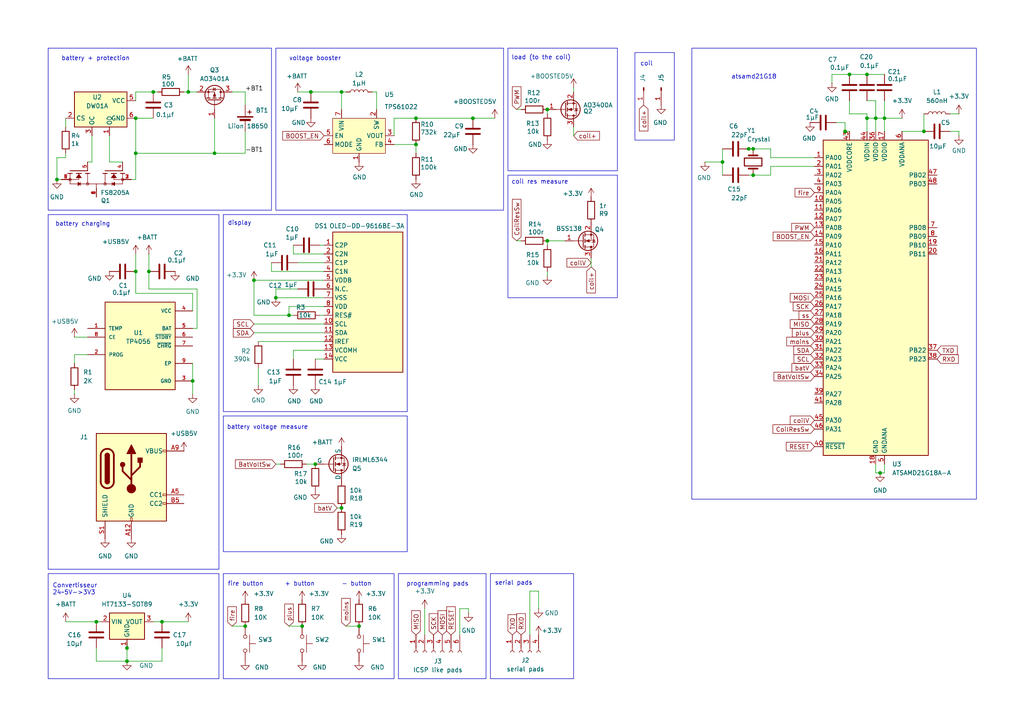
<source format=kicad_sch>
(kicad_sch
	(version 20231120)
	(generator "eeschema")
	(generator_version "8.0")
	(uuid "e79128ee-212b-4442-a43f-c163c43b8a09")
	(paper "A4")
	(title_block
		(title "VBox")
		(date "2024-12-24")
		(rev "0.2")
	)
	
	(junction
		(at 137.16 34.29)
		(diameter 0)
		(color 0 0 0 0)
		(uuid "0dc5ae22-7e67-4120-9f6e-a0e265feab63")
	)
	(junction
		(at 104.14 181.61)
		(diameter 0)
		(color 0 0 0 0)
		(uuid "18089797-9ba5-41f3-b4dd-22d805fc1bda")
	)
	(junction
		(at 43.18 78.74)
		(diameter 0)
		(color 0 0 0 0)
		(uuid "23504f13-80a2-4715-bef8-aa16c7b529df")
	)
	(junction
		(at 39.37 78.74)
		(diameter 0)
		(color 0 0 0 0)
		(uuid "25212f8e-a551-485c-9432-5ecf007d1aa6")
	)
	(junction
		(at 267.97 38.1)
		(diameter 0)
		(color 0 0 0 0)
		(uuid "28a7f15f-e8cb-47fa-9735-95b60f69a11e")
	)
	(junction
		(at 27.94 180.34)
		(diameter 0)
		(color 0 0 0 0)
		(uuid "28eae92f-0177-4bde-8608-e0e261004e73")
	)
	(junction
		(at 87.63 181.61)
		(diameter 0)
		(color 0 0 0 0)
		(uuid "2da2010b-fbe0-4ab2-a32a-f05116a772a0")
	)
	(junction
		(at 120.65 41.91)
		(diameter 0)
		(color 0 0 0 0)
		(uuid "2f2a38f0-9a2c-40ee-9f91-325ece032515")
	)
	(junction
		(at 158.75 31.75)
		(diameter 0)
		(color 0 0 0 0)
		(uuid "3ef91fd5-9073-4191-ba06-a03f508dc868")
	)
	(junction
		(at 39.37 34.29)
		(diameter 0)
		(color 0 0 0 0)
		(uuid "40f166c1-6a8b-4ecc-8b51-eb5486a28fec")
	)
	(junction
		(at 83.82 91.44)
		(diameter 0)
		(color 0 0 0 0)
		(uuid "4217b900-d535-4734-a2ac-7b93230d661f")
	)
	(junction
		(at 251.46 21.59)
		(diameter 0)
		(color 0 0 0 0)
		(uuid "493ef42d-3b1e-4d6c-b517-aa3ae5fb25c1")
	)
	(junction
		(at 120.65 34.29)
		(diameter 0)
		(color 0 0 0 0)
		(uuid "4e39a01e-112a-4b12-a345-0efbd1d14871")
	)
	(junction
		(at 99.06 147.32)
		(diameter 0)
		(color 0 0 0 0)
		(uuid "5c55a1a9-c9e4-441c-9478-0d064fe76c3c")
	)
	(junction
		(at 73.66 81.28)
		(diameter 0)
		(color 0 0 0 0)
		(uuid "5e612b7d-95fe-4bd7-949f-a70b8fc4404d")
	)
	(junction
		(at 218.44 43.18)
		(diameter 0)
		(color 0 0 0 0)
		(uuid "65fc6330-fe0c-4dec-8cfa-07ba958e8f0d")
	)
	(junction
		(at 217.17 43.18)
		(diameter 0)
		(color 0 0 0 0)
		(uuid "70939512-8999-4a3a-bc2a-982e08c1650b")
	)
	(junction
		(at 255.27 137.16)
		(diameter 0)
		(color 0 0 0 0)
		(uuid "75eeb78e-93a7-4e17-a6d2-a82cb97a94a3")
	)
	(junction
		(at 36.83 191.77)
		(diameter 0)
		(color 0 0 0 0)
		(uuid "8af1900f-011d-4e7c-9336-0af8428564d3")
	)
	(junction
		(at 90.17 26.67)
		(diameter 0)
		(color 0 0 0 0)
		(uuid "8b5fb09f-0e0b-4e96-941c-4bab801f13bb")
	)
	(junction
		(at 256.54 34.29)
		(diameter 0)
		(color 0 0 0 0)
		(uuid "8fbfbb1d-c229-48ea-8a99-c591d40861c0")
	)
	(junction
		(at 80.01 86.36)
		(diameter 0)
		(color 0 0 0 0)
		(uuid "9dd5d14b-36b0-4a2b-ad26-b1f91462cdbc")
	)
	(junction
		(at 46.99 180.34)
		(diameter 0)
		(color 0 0 0 0)
		(uuid "9eecbaab-3d57-455c-a445-6dbf96764891")
	)
	(junction
		(at 16.51 52.07)
		(diameter 0)
		(color 0 0 0 0)
		(uuid "a34ece46-2b51-48f3-a371-3d05e13266c7")
	)
	(junction
		(at 158.75 69.85)
		(diameter 0)
		(color 0 0 0 0)
		(uuid "be851727-ca71-4e0f-9e35-53c8d92392f8")
	)
	(junction
		(at 62.23 44.45)
		(diameter 0)
		(color 0 0 0 0)
		(uuid "c157e39a-ad68-439a-9093-a16128fa68ca")
	)
	(junction
		(at 91.44 134.62)
		(diameter 0)
		(color 0 0 0 0)
		(uuid "c5d595d6-be46-4aac-8c9a-643466e6aee0")
	)
	(junction
		(at 36.83 187.96)
		(diameter 0)
		(color 0 0 0 0)
		(uuid "c71f55cd-11fe-4047-b95e-2f5d9893fb4b")
	)
	(junction
		(at 44.45 26.67)
		(diameter 0)
		(color 0 0 0 0)
		(uuid "cc57f43e-bb39-44af-a9a0-88db0b9dc470")
	)
	(junction
		(at 39.37 44.45)
		(diameter 0)
		(color 0 0 0 0)
		(uuid "d394c192-c090-4cb0-8ff1-b6f13af8499d")
	)
	(junction
		(at 99.06 26.67)
		(diameter 0)
		(color 0 0 0 0)
		(uuid "dcc9532d-b0ef-4650-b2cd-5a3965bfb898")
	)
	(junction
		(at 209.55 46.99)
		(diameter 0)
		(color 0 0 0 0)
		(uuid "dd6d74a7-d191-403d-900d-98ea5afbf557")
	)
	(junction
		(at 71.12 181.61)
		(diameter 0)
		(color 0 0 0 0)
		(uuid "ddd9dfb1-4f66-475f-812b-d86f530900c8")
	)
	(junction
		(at 246.38 21.59)
		(diameter 0)
		(color 0 0 0 0)
		(uuid "df5d0cff-c28b-408a-86fc-f8cb5b38b2be")
	)
	(junction
		(at 218.44 50.8)
		(diameter 0)
		(color 0 0 0 0)
		(uuid "e21ecfdc-20b7-42d1-9131-726bb411738e")
	)
	(junction
		(at 245.11 38.1)
		(diameter 0)
		(color 0 0 0 0)
		(uuid "e6086cf0-07e5-4180-9234-9530fe09b7e6")
	)
	(junction
		(at 254 34.29)
		(diameter 0)
		(color 0 0 0 0)
		(uuid "e69e276e-6a11-412e-ae07-eb6b5b6008e3")
	)
	(junction
		(at 251.46 34.29)
		(diameter 0)
		(color 0 0 0 0)
		(uuid "e8ecf99e-f45c-4bbf-b51f-1f1b7eb9896b")
	)
	(junction
		(at 55.88 110.49)
		(diameter 0)
		(color 0 0 0 0)
		(uuid "eff7a68a-7026-48de-bc34-3329900a0206")
	)
	(junction
		(at 54.61 26.67)
		(diameter 0)
		(color 0 0 0 0)
		(uuid "fd303f27-1f51-4c62-947e-2c22d346bc82")
	)
	(wire
		(pts
			(xy 241.3 24.13) (xy 241.3 21.59)
		)
		(stroke
			(width 0)
			(type default)
		)
		(uuid "001c2bf2-5906-45fa-a51b-ceb9d597f272")
	)
	(wire
		(pts
			(xy 275.59 33.02) (xy 278.13 33.02)
		)
		(stroke
			(width 0)
			(type default)
		)
		(uuid "00e7f358-c298-4e98-8cb6-a9c0f3208779")
	)
	(wire
		(pts
			(xy 83.82 88.9) (xy 83.82 91.44)
		)
		(stroke
			(width 0)
			(type default)
		)
		(uuid "059d077b-37cf-42c5-ab1f-07845c2262af")
	)
	(wire
		(pts
			(xy 19.05 44.45) (xy 19.05 45.72)
		)
		(stroke
			(width 0)
			(type default)
		)
		(uuid "0746fb1a-8712-47ff-b3f8-79ee6c6a3485")
	)
	(wire
		(pts
			(xy 242.57 35.56) (xy 245.11 35.56)
		)
		(stroke
			(width 0)
			(type default)
		)
		(uuid "081c4f63-4b4d-4db5-ac4b-c03430064cb4")
	)
	(wire
		(pts
			(xy 218.44 43.18) (xy 223.52 43.18)
		)
		(stroke
			(width 0)
			(type default)
		)
		(uuid "09dd95d5-2327-4a2a-afb2-1bc7b43e11dc")
	)
	(wire
		(pts
			(xy 92.71 91.44) (xy 93.98 91.44)
		)
		(stroke
			(width 0)
			(type default)
		)
		(uuid "09f80b0d-7df1-4211-a7d3-bc19f8ca477b")
	)
	(wire
		(pts
			(xy 57.15 95.25) (xy 55.88 95.25)
		)
		(stroke
			(width 0)
			(type default)
		)
		(uuid "0d2565ff-dbd2-4fee-a2fc-1af442afa4c4")
	)
	(wire
		(pts
			(xy 80.01 134.62) (xy 81.28 134.62)
		)
		(stroke
			(width 0)
			(type default)
		)
		(uuid "0dd9f805-6004-447e-81a1-eaa9dea7302c")
	)
	(wire
		(pts
			(xy 158.75 31.75) (xy 158.75 33.02)
		)
		(stroke
			(width 0)
			(type default)
		)
		(uuid "0e1b5d87-e65c-49a2-8fa4-86a8ec764796")
	)
	(wire
		(pts
			(xy 57.15 95.25) (xy 57.15 83.82)
		)
		(stroke
			(width 0)
			(type default)
		)
		(uuid "0e258064-ae6f-45b7-afc3-a11f21ac0895")
	)
	(wire
		(pts
			(xy 256.54 34.29) (xy 256.54 38.1)
		)
		(stroke
			(width 0)
			(type default)
		)
		(uuid "0fe0a0ee-faef-449b-ab10-e5795efffab7")
	)
	(wire
		(pts
			(xy 86.36 83.82) (xy 80.01 83.82)
		)
		(stroke
			(width 0)
			(type default)
		)
		(uuid "11377225-1192-4577-a11a-9ca23dce9978")
	)
	(wire
		(pts
			(xy 46.99 180.34) (xy 54.61 180.34)
		)
		(stroke
			(width 0)
			(type default)
		)
		(uuid "11f97727-7aac-40bf-aecb-d70465441d47")
	)
	(wire
		(pts
			(xy 120.65 34.29) (xy 137.16 34.29)
		)
		(stroke
			(width 0)
			(type default)
		)
		(uuid "13e4932e-873f-4478-9587-edc3ed9fb69c")
	)
	(wire
		(pts
			(xy 93.98 73.66) (xy 85.09 73.66)
		)
		(stroke
			(width 0)
			(type default)
		)
		(uuid "1583726e-8ef6-4253-88c6-6869fabf56c8")
	)
	(wire
		(pts
			(xy 99.06 26.67) (xy 100.33 26.67)
		)
		(stroke
			(width 0)
			(type default)
		)
		(uuid "1c01d52e-7266-4937-aff7-c71ade0c2b67")
	)
	(wire
		(pts
			(xy 36.83 186.69) (xy 36.83 187.96)
		)
		(stroke
			(width 0)
			(type default)
		)
		(uuid "1c1aa68e-72a8-4f55-83ca-a0554456f057")
	)
	(wire
		(pts
			(xy 217.17 50.8) (xy 218.44 50.8)
		)
		(stroke
			(width 0)
			(type default)
		)
		(uuid "206ea08f-7925-4572-9454-b9364904f29f")
	)
	(wire
		(pts
			(xy 218.44 50.8) (xy 223.52 50.8)
		)
		(stroke
			(width 0)
			(type default)
		)
		(uuid "2299b2bc-2b78-42de-9069-eb89126373cb")
	)
	(wire
		(pts
			(xy 256.54 34.29) (xy 261.62 34.29)
		)
		(stroke
			(width 0)
			(type default)
		)
		(uuid "24b3a105-032e-46c6-843a-a8427d6f7f66")
	)
	(wire
		(pts
			(xy 114.3 34.29) (xy 120.65 34.29)
		)
		(stroke
			(width 0)
			(type default)
		)
		(uuid "2c034e51-f1af-476e-8dd0-d969344c4ad9")
	)
	(wire
		(pts
			(xy 93.98 76.2) (xy 86.36 76.2)
		)
		(stroke
			(width 0)
			(type default)
		)
		(uuid "2cb62b69-e6a5-4953-9d3c-aa3a075cb925")
	)
	(wire
		(pts
			(xy 39.37 44.45) (xy 62.23 44.45)
		)
		(stroke
			(width 0)
			(type default)
		)
		(uuid "2cdcaef8-d603-4b28-870f-6290558e9f60")
	)
	(wire
		(pts
			(xy 114.3 39.37) (xy 114.3 34.29)
		)
		(stroke
			(width 0)
			(type default)
		)
		(uuid "2cf55bf0-b39e-4d1a-867a-a052ec5a0d52")
	)
	(wire
		(pts
			(xy 31.75 39.37) (xy 31.75 46.99)
		)
		(stroke
			(width 0)
			(type default)
		)
		(uuid "2e3d4023-7418-43d3-9133-cf755d25a37d")
	)
	(wire
		(pts
			(xy 209.55 43.18) (xy 209.55 46.99)
		)
		(stroke
			(width 0)
			(type default)
		)
		(uuid "2f5d092a-ff5e-4bb5-8f77-0c5c3f32c70a")
	)
	(wire
		(pts
			(xy 73.66 93.98) (xy 93.98 93.98)
		)
		(stroke
			(width 0)
			(type default)
		)
		(uuid "311cf34a-d8df-4511-ae46-4d42f6c85240")
	)
	(wire
		(pts
			(xy 16.51 52.07) (xy 17.78 52.07)
		)
		(stroke
			(width 0)
			(type default)
		)
		(uuid "3167ec46-f722-4478-ac05-e998364cd6d0")
	)
	(wire
		(pts
			(xy 166.37 25.4) (xy 166.37 26.67)
		)
		(stroke
			(width 0)
			(type default)
		)
		(uuid "33af9308-dea6-4727-abd9-09f45dec61d2")
	)
	(wire
		(pts
			(xy 57.15 26.67) (xy 54.61 26.67)
		)
		(stroke
			(width 0)
			(type default)
		)
		(uuid "3522f34c-6487-49bf-ac51-7323b17345b2")
	)
	(wire
		(pts
			(xy 55.88 110.49) (xy 55.88 114.3)
		)
		(stroke
			(width 0)
			(type default)
		)
		(uuid "36dca280-04b1-4c51-b4b7-6d77284dadcd")
	)
	(wire
		(pts
			(xy 215.9 43.18) (xy 217.17 43.18)
		)
		(stroke
			(width 0)
			(type default)
		)
		(uuid "3783feb7-ae28-484b-b28e-53c86e9589d4")
	)
	(wire
		(pts
			(xy 38.1 52.07) (xy 39.37 52.07)
		)
		(stroke
			(width 0)
			(type default)
		)
		(uuid "391027ba-8856-443e-9d95-57a090209cf3")
	)
	(wire
		(pts
			(xy 26.67 39.37) (xy 26.67 46.99)
		)
		(stroke
			(width 0)
			(type default)
		)
		(uuid "3af4de8c-6483-40d2-aeff-fe3d87599550")
	)
	(wire
		(pts
			(xy 256.54 134.62) (xy 256.54 137.16)
		)
		(stroke
			(width 0)
			(type default)
		)
		(uuid "3ce097d5-18c6-4608-a453-e0fce05cf9c0")
	)
	(wire
		(pts
			(xy 223.52 48.26) (xy 236.22 48.26)
		)
		(stroke
			(width 0)
			(type default)
		)
		(uuid "417dafaf-5036-4456-a10d-5733f5e20894")
	)
	(wire
		(pts
			(xy 267.97 38.1) (xy 267.97 33.02)
		)
		(stroke
			(width 0)
			(type default)
		)
		(uuid "423a72f4-7332-4b04-9cdd-be019e28362e")
	)
	(wire
		(pts
			(xy 153.67 171.45) (xy 153.67 184.15)
		)
		(stroke
			(width 0)
			(type default)
		)
		(uuid "424e1c7b-921f-474a-9dd4-f4ae2f2c5fb1")
	)
	(wire
		(pts
			(xy 251.46 34.29) (xy 251.46 38.1)
		)
		(stroke
			(width 0)
			(type default)
		)
		(uuid "44c795f6-f19c-456c-a2fd-e72e90135f22")
	)
	(wire
		(pts
			(xy 245.11 39.37) (xy 245.11 38.1)
		)
		(stroke
			(width 0)
			(type default)
		)
		(uuid "45293591-3106-4a38-8ece-0096a4a9b366")
	)
	(wire
		(pts
			(xy 92.71 71.12) (xy 93.98 71.12)
		)
		(stroke
			(width 0)
			(type default)
		)
		(uuid "4b0c2310-69ce-4f33-ba09-74e5d47845f2")
	)
	(wire
		(pts
			(xy 39.37 29.21) (xy 39.37 26.67)
		)
		(stroke
			(width 0)
			(type default)
		)
		(uuid "4b9104fc-d6d0-4d02-bf45-2760e05a9936")
	)
	(wire
		(pts
			(xy 209.55 50.8) (xy 209.55 46.99)
		)
		(stroke
			(width 0)
			(type default)
		)
		(uuid "4c2d8e40-a0dc-4745-86ea-d240c9420e7f")
	)
	(wire
		(pts
			(xy 39.37 26.67) (xy 44.45 26.67)
		)
		(stroke
			(width 0)
			(type default)
		)
		(uuid "507581eb-367b-44b3-a5cb-cbf17268a41b")
	)
	(wire
		(pts
			(xy 36.83 187.96) (xy 36.83 191.77)
		)
		(stroke
			(width 0)
			(type default)
		)
		(uuid "50d0f301-4c90-4b17-89eb-93aa0a1e222e")
	)
	(wire
		(pts
			(xy 223.52 50.8) (xy 223.52 48.26)
		)
		(stroke
			(width 0)
			(type default)
		)
		(uuid "512d4f9c-9dbc-401d-b937-d2b3774de403")
	)
	(wire
		(pts
			(xy 158.75 69.85) (xy 163.83 69.85)
		)
		(stroke
			(width 0)
			(type default)
		)
		(uuid "548e2e2a-7b46-4732-a5fc-8e13366df124")
	)
	(wire
		(pts
			(xy 254 29.21) (xy 254 34.29)
		)
		(stroke
			(width 0)
			(type default)
		)
		(uuid "563948bd-76a7-4bac-811f-d438845ed674")
	)
	(wire
		(pts
			(xy 88.9 134.62) (xy 91.44 134.62)
		)
		(stroke
			(width 0)
			(type default)
		)
		(uuid "57ec4aa0-9e32-45f5-ab27-d0b331690e68")
	)
	(wire
		(pts
			(xy 78.74 76.2) (xy 78.74 78.74)
		)
		(stroke
			(width 0)
			(type default)
		)
		(uuid "5a068dd7-1cff-4346-9101-649bb2162239")
	)
	(wire
		(pts
			(xy 256.54 29.21) (xy 256.54 34.29)
		)
		(stroke
			(width 0)
			(type default)
		)
		(uuid "5a7df095-19e9-4318-81ce-c92d76fea762")
	)
	(wire
		(pts
			(xy 39.37 34.29) (xy 44.45 34.29)
		)
		(stroke
			(width 0)
			(type default)
		)
		(uuid "5a96c07f-c099-4d57-ab78-8108721f3b21")
	)
	(wire
		(pts
			(xy 54.61 26.67) (xy 54.61 21.59)
		)
		(stroke
			(width 0)
			(type default)
		)
		(uuid "5abe0e43-0321-4927-a464-6e61efe86853")
	)
	(wire
		(pts
			(xy 114.3 41.91) (xy 120.65 41.91)
		)
		(stroke
			(width 0)
			(type default)
		)
		(uuid "5adb3eb4-b2ef-46f7-92f8-bfa41cf9789a")
	)
	(wire
		(pts
			(xy 21.59 102.87) (xy 21.59 105.41)
		)
		(stroke
			(width 0)
			(type default)
		)
		(uuid "5c0b93d7-54ae-42a1-b7b0-9cfef1925c8a")
	)
	(wire
		(pts
			(xy 254 137.16) (xy 254 134.62)
		)
		(stroke
			(width 0)
			(type default)
		)
		(uuid "5c22cb53-56f1-419c-b7ac-e36c6950177c")
	)
	(wire
		(pts
			(xy 246.38 33.02) (xy 251.46 33.02)
		)
		(stroke
			(width 0)
			(type default)
		)
		(uuid "5c2b52c2-dcac-464a-a137-e73644344e3a")
	)
	(wire
		(pts
			(xy 245.11 38.1) (xy 246.38 38.1)
		)
		(stroke
			(width 0)
			(type default)
		)
		(uuid "5c5e8f76-6622-425b-9f90-50fa6ca6a3d9")
	)
	(wire
		(pts
			(xy 39.37 34.29) (xy 39.37 44.45)
		)
		(stroke
			(width 0)
			(type default)
		)
		(uuid "61def6f6-ddfe-460e-ba08-30ae2262006d")
	)
	(wire
		(pts
			(xy 123.19 176.53) (xy 123.19 184.15)
		)
		(stroke
			(width 0)
			(type default)
		)
		(uuid "62c0d760-160b-44b0-a21d-099c041a71be")
	)
	(wire
		(pts
			(xy 19.05 45.72) (xy 16.51 45.72)
		)
		(stroke
			(width 0)
			(type default)
		)
		(uuid "6823a712-7d62-4652-a910-4ecb18fe1b6f")
	)
	(wire
		(pts
			(xy 44.45 180.34) (xy 46.99 180.34)
		)
		(stroke
			(width 0)
			(type default)
		)
		(uuid "69193738-8b61-4804-8df9-abb894b50bdf")
	)
	(wire
		(pts
			(xy 53.34 26.67) (xy 54.61 26.67)
		)
		(stroke
			(width 0)
			(type default)
		)
		(uuid "69e8bee0-0ae5-4716-91d3-dc7ff4b23f8a")
	)
	(wire
		(pts
			(xy 71.12 30.48) (xy 71.12 26.67)
		)
		(stroke
			(width 0)
			(type default)
		)
		(uuid "6b39adab-86a5-4f34-8b36-3aa4ca9c2636")
	)
	(wire
		(pts
			(xy 241.3 21.59) (xy 246.38 21.59)
		)
		(stroke
			(width 0)
			(type default)
		)
		(uuid "6c384dcd-98b1-4a57-9b2f-f748a00b9372")
	)
	(wire
		(pts
			(xy 43.18 83.82) (xy 43.18 78.74)
		)
		(stroke
			(width 0)
			(type default)
		)
		(uuid "72de1630-a37d-42a2-af6e-112fe85d9e55")
	)
	(wire
		(pts
			(xy 149.86 69.85) (xy 151.13 69.85)
		)
		(stroke
			(width 0)
			(type default)
		)
		(uuid "74208038-b870-4ae9-8aa2-5c6d016630f1")
	)
	(wire
		(pts
			(xy 245.11 35.56) (xy 245.11 38.1)
		)
		(stroke
			(width 0)
			(type default)
		)
		(uuid "75fe539f-82b4-4f68-a8f8-46c8c4b9a031")
	)
	(wire
		(pts
			(xy 251.46 33.02) (xy 251.46 34.29)
		)
		(stroke
			(width 0)
			(type default)
		)
		(uuid "778cafbb-8f63-477c-894d-40ee7ae006ee")
	)
	(wire
		(pts
			(xy 39.37 85.09) (xy 39.37 78.74)
		)
		(stroke
			(width 0)
			(type default)
		)
		(uuid "78f17253-1d2b-444e-bad5-bf7ebdc39753")
	)
	(wire
		(pts
			(xy 27.94 191.77) (xy 36.83 191.77)
		)
		(stroke
			(width 0)
			(type default)
		)
		(uuid "7dbc4fff-eea6-41d6-83d7-700fb85e7c1b")
	)
	(wire
		(pts
			(xy 246.38 21.59) (xy 251.46 21.59)
		)
		(stroke
			(width 0)
			(type default)
		)
		(uuid "7ed89645-2dc7-4f00-ab2e-e05e8444f924")
	)
	(wire
		(pts
			(xy 74.93 99.06) (xy 93.98 99.06)
		)
		(stroke
			(width 0)
			(type default)
		)
		(uuid "803ede38-9d19-4360-9da4-305d1900f3ca")
	)
	(wire
		(pts
			(xy 255.27 137.16) (xy 256.54 137.16)
		)
		(stroke
			(width 0)
			(type default)
		)
		(uuid "83b4bf48-1e8a-4c8e-972e-8f397db731fb")
	)
	(wire
		(pts
			(xy 93.98 81.28) (xy 73.66 81.28)
		)
		(stroke
			(width 0)
			(type default)
		)
		(uuid "85b4d837-ede9-41a2-8b6b-be843669f01d")
	)
	(wire
		(pts
			(xy 73.66 81.28) (xy 73.66 91.44)
		)
		(stroke
			(width 0)
			(type default)
		)
		(uuid "870b3c73-176b-4954-99bf-e4a3f4d86f5b")
	)
	(wire
		(pts
			(xy 27.94 180.34) (xy 29.21 180.34)
		)
		(stroke
			(width 0)
			(type default)
		)
		(uuid "889e4369-8b34-4920-ac88-7b382e09dc3f")
	)
	(wire
		(pts
			(xy 251.46 34.29) (xy 254 34.29)
		)
		(stroke
			(width 0)
			(type default)
		)
		(uuid "8987cf81-815d-4e6e-a98d-0ce8a727e55f")
	)
	(wire
		(pts
			(xy 55.88 85.09) (xy 39.37 85.09)
		)
		(stroke
			(width 0)
			(type default)
		)
		(uuid "8a69fa63-9b01-4512-9633-60770ffd6532")
	)
	(wire
		(pts
			(xy 99.06 26.67) (xy 99.06 31.75)
		)
		(stroke
			(width 0)
			(type default)
		)
		(uuid "8b61020e-e1a6-4156-aed8-1f68d508c328")
	)
	(wire
		(pts
			(xy 223.52 43.18) (xy 223.52 45.72)
		)
		(stroke
			(width 0)
			(type default)
		)
		(uuid "8ccdf24d-7ba4-40aa-a4e9-43de31342d8b")
	)
	(wire
		(pts
			(xy 55.88 90.17) (xy 55.88 85.09)
		)
		(stroke
			(width 0)
			(type default)
		)
		(uuid "9058f39b-d13c-4c72-80e5-f5a68a2cc134")
	)
	(wire
		(pts
			(xy 100.33 181.61) (xy 104.14 181.61)
		)
		(stroke
			(width 0)
			(type default)
		)
		(uuid "90b1765e-5524-452d-959c-1997c614fda6")
	)
	(wire
		(pts
			(xy 153.67 171.45) (xy 156.21 171.45)
		)
		(stroke
			(width 0)
			(type default)
		)
		(uuid "914fe708-b5eb-4b11-a470-de7f4e34fdcb")
	)
	(wire
		(pts
			(xy 85.09 73.66) (xy 85.09 71.12)
		)
		(stroke
			(width 0)
			(type default)
		)
		(uuid "919ce4dd-0292-41c6-9d22-55c2c409f123")
	)
	(wire
		(pts
			(xy 254 34.29) (xy 256.54 34.29)
		)
		(stroke
			(width 0)
			(type default)
		)
		(uuid "92242dbb-018f-436f-9286-d16875ff5529")
	)
	(wire
		(pts
			(xy 255.27 137.16) (xy 254 137.16)
		)
		(stroke
			(width 0)
			(type default)
		)
		(uuid "9ce49e65-59d0-4c54-a8a0-220beeb2c857")
	)
	(wire
		(pts
			(xy 39.37 73.66) (xy 39.37 78.74)
		)
		(stroke
			(width 0)
			(type default)
		)
		(uuid "9e310c8a-0642-4073-aa6d-813d716cd45b")
	)
	(wire
		(pts
			(xy 109.22 31.75) (xy 109.22 26.67)
		)
		(stroke
			(width 0)
			(type default)
		)
		(uuid "9f6a8c65-318a-4bdb-b9af-fd742009a117")
	)
	(wire
		(pts
			(xy 26.67 46.99) (xy 25.4 46.99)
		)
		(stroke
			(width 0)
			(type default)
		)
		(uuid "a20b69e8-d433-475d-a812-0cd1482305f5")
	)
	(wire
		(pts
			(xy 97.79 147.32) (xy 99.06 147.32)
		)
		(stroke
			(width 0)
			(type default)
		)
		(uuid "a2eb8707-6b4e-4caf-833f-d86fcfac90ee")
	)
	(wire
		(pts
			(xy 254 34.29) (xy 254 38.1)
		)
		(stroke
			(width 0)
			(type default)
		)
		(uuid "a4cb355e-98d8-43a9-9822-045e0f5d5d1b")
	)
	(wire
		(pts
			(xy 80.01 83.82) (xy 80.01 86.36)
		)
		(stroke
			(width 0)
			(type default)
		)
		(uuid "a6e28197-eacd-4f41-8242-aa9aafc2e4c4")
	)
	(wire
		(pts
			(xy 85.09 101.6) (xy 85.09 104.14)
		)
		(stroke
			(width 0)
			(type default)
		)
		(uuid "a6e5a03c-0a59-4a4f-bb74-a797aa0e3866")
	)
	(wire
		(pts
			(xy 171.45 74.93) (xy 171.45 77.47)
		)
		(stroke
			(width 0)
			(type default)
		)
		(uuid "a7f91fce-4833-4ffe-a704-e237f0f37cf3")
	)
	(wire
		(pts
			(xy 62.23 34.29) (xy 62.23 44.45)
		)
		(stroke
			(width 0)
			(type default)
		)
		(uuid "a8dac2c3-f7c9-4861-a13a-663e95da4948")
	)
	(wire
		(pts
			(xy 93.98 101.6) (xy 85.09 101.6)
		)
		(stroke
			(width 0)
			(type default)
		)
		(uuid "ace68dec-040e-43dc-94c1-61b7348cadaa")
	)
	(wire
		(pts
			(xy 67.31 181.61) (xy 71.12 181.61)
		)
		(stroke
			(width 0)
			(type default)
		)
		(uuid "ad769812-556c-44fd-b6b7-a469939cf3d1")
	)
	(wire
		(pts
			(xy 62.23 44.45) (xy 71.12 44.45)
		)
		(stroke
			(width 0)
			(type default)
		)
		(uuid "af5628b0-21a9-4466-a3de-6d72d0a37ecc")
	)
	(wire
		(pts
			(xy 133.35 176.53) (xy 135.89 176.53)
		)
		(stroke
			(width 0)
			(type default)
		)
		(uuid "b00e34a9-0740-48bb-b58c-de9e0ed32b07")
	)
	(wire
		(pts
			(xy 71.12 38.1) (xy 71.12 44.45)
		)
		(stroke
			(width 0)
			(type default)
		)
		(uuid "b0d7e412-a508-4273-a8e5-b1bc2dccf00a")
	)
	(wire
		(pts
			(xy 166.37 36.83) (xy 166.37 39.37)
		)
		(stroke
			(width 0)
			(type default)
		)
		(uuid "b2a7724c-7380-461e-901c-fa6d337b3b12")
	)
	(wire
		(pts
			(xy 133.35 176.53) (xy 133.35 184.15)
		)
		(stroke
			(width 0)
			(type default)
		)
		(uuid "b2cd60e4-0367-4f76-a58a-89bda606426b")
	)
	(wire
		(pts
			(xy 78.74 78.74) (xy 93.98 78.74)
		)
		(stroke
			(width 0)
			(type default)
		)
		(uuid "b352bac4-bfcc-43f9-ac95-46eb71868093")
	)
	(wire
		(pts
			(xy 67.31 26.67) (xy 71.12 26.67)
		)
		(stroke
			(width 0)
			(type default)
		)
		(uuid "b4989321-c391-4669-8567-0d142c3c7afd")
	)
	(wire
		(pts
			(xy 73.66 91.44) (xy 83.82 91.44)
		)
		(stroke
			(width 0)
			(type default)
		)
		(uuid "b7671b70-5193-4e82-ab2f-4a141b9d6c57")
	)
	(wire
		(pts
			(xy 223.52 45.72) (xy 236.22 45.72)
		)
		(stroke
			(width 0)
			(type default)
		)
		(uuid "b7c9d073-5626-4fc9-ad0b-499e92d4a472")
	)
	(wire
		(pts
			(xy 21.59 113.03) (xy 21.59 114.3)
		)
		(stroke
			(width 0)
			(type default)
		)
		(uuid "b879f85c-02af-4363-8688-cff5a875a864")
	)
	(wire
		(pts
			(xy 16.51 45.72) (xy 16.51 52.07)
		)
		(stroke
			(width 0)
			(type default)
		)
		(uuid "b9803d74-78d2-4049-935e-89bd068d78b8")
	)
	(wire
		(pts
			(xy 158.75 78.74) (xy 158.75 80.01)
		)
		(stroke
			(width 0)
			(type default)
		)
		(uuid "ba79c6e7-09ce-46a6-bcab-45c60dc31437")
	)
	(wire
		(pts
			(xy 137.16 34.29) (xy 143.51 34.29)
		)
		(stroke
			(width 0)
			(type default)
		)
		(uuid "bbff4e7a-f56b-4542-a514-183058c05d62")
	)
	(wire
		(pts
			(xy 19.05 34.29) (xy 19.05 36.83)
		)
		(stroke
			(width 0)
			(type default)
		)
		(uuid "bc36a65e-af7f-4f86-971a-fced82fcc346")
	)
	(wire
		(pts
			(xy 246.38 33.02) (xy 246.38 29.21)
		)
		(stroke
			(width 0)
			(type default)
		)
		(uuid "bd577085-fcff-4e2a-9e72-bb017b170f09")
	)
	(wire
		(pts
			(xy 43.18 73.66) (xy 43.18 78.74)
		)
		(stroke
			(width 0)
			(type default)
		)
		(uuid "c0a58d72-19b2-4a3a-ae66-234ce5d65b39")
	)
	(wire
		(pts
			(xy 275.59 38.1) (xy 278.13 38.1)
		)
		(stroke
			(width 0)
			(type default)
		)
		(uuid "c0e1bdf0-6030-442f-9ce5-6911939e6709")
	)
	(wire
		(pts
			(xy 73.66 96.52) (xy 93.98 96.52)
		)
		(stroke
			(width 0)
			(type default)
		)
		(uuid "c3a93bbf-8b41-42ed-98ee-826ff1af8c11")
	)
	(wire
		(pts
			(xy 74.93 111.76) (xy 74.93 106.68)
		)
		(stroke
			(width 0)
			(type default)
		)
		(uuid "c47013ba-a793-4ac5-ba01-97f694620218")
	)
	(wire
		(pts
			(xy 39.37 44.45) (xy 39.37 52.07)
		)
		(stroke
			(width 0)
			(type default)
		)
		(uuid "c60e6008-802e-46ee-bf71-263d617c4326")
	)
	(wire
		(pts
			(xy 83.82 181.61) (xy 87.63 181.61)
		)
		(stroke
			(width 0)
			(type default)
		)
		(uuid "c685704e-3c4c-40d5-b39a-57a2052ad9ea")
	)
	(wire
		(pts
			(xy 46.99 187.96) (xy 46.99 191.77)
		)
		(stroke
			(width 0)
			(type default)
		)
		(uuid "c8839131-40c9-41c6-afdf-36438eb88f41")
	)
	(wire
		(pts
			(xy 91.44 104.14) (xy 93.98 104.14)
		)
		(stroke
			(width 0)
			(type default)
		)
		(uuid "c88b8da0-884f-4780-aed2-e03e9939932f")
	)
	(wire
		(pts
			(xy 83.82 91.44) (xy 85.09 91.44)
		)
		(stroke
			(width 0)
			(type default)
		)
		(uuid "c971b6cb-a311-4ddb-a3b1-6cbd1e89d0e2")
	)
	(wire
		(pts
			(xy 156.21 171.45) (xy 156.21 176.53)
		)
		(stroke
			(width 0)
			(type default)
		)
		(uuid "cf269dfc-b934-410a-86b5-cf76953fed13")
	)
	(wire
		(pts
			(xy 19.05 180.34) (xy 27.94 180.34)
		)
		(stroke
			(width 0)
			(type default)
		)
		(uuid "cf3f1dd0-cc4d-4204-ad98-6eb085eee002")
	)
	(wire
		(pts
			(xy 25.4 102.87) (xy 21.59 102.87)
		)
		(stroke
			(width 0)
			(type default)
		)
		(uuid "d15a4deb-d980-4d86-9ec0-5bae7744c017")
	)
	(wire
		(pts
			(xy 86.36 26.67) (xy 90.17 26.67)
		)
		(stroke
			(width 0)
			(type default)
		)
		(uuid "d1a907b3-5811-4996-ad0f-d9ce4c77f16e")
	)
	(wire
		(pts
			(xy 261.62 38.1) (xy 267.97 38.1)
		)
		(stroke
			(width 0)
			(type default)
		)
		(uuid "d32d52dc-b425-4862-8d0b-b68713b51019")
	)
	(wire
		(pts
			(xy 109.22 26.67) (xy 107.95 26.67)
		)
		(stroke
			(width 0)
			(type default)
		)
		(uuid "d686b5ce-3650-4b5b-8f9d-f75125b89c07")
	)
	(wire
		(pts
			(xy 44.45 26.67) (xy 45.72 26.67)
		)
		(stroke
			(width 0)
			(type default)
		)
		(uuid "d8a0b507-701b-4230-a1af-86a1849847bd")
	)
	(wire
		(pts
			(xy 135.89 176.53) (xy 135.89 177.8)
		)
		(stroke
			(width 0)
			(type default)
		)
		(uuid "d9861edb-c71d-464f-8e04-2b1d2f977e8c")
	)
	(wire
		(pts
			(xy 27.94 187.96) (xy 27.94 191.77)
		)
		(stroke
			(width 0)
			(type default)
		)
		(uuid "da15444d-a76c-4b7e-9e35-7f1ca59e427c")
	)
	(wire
		(pts
			(xy 251.46 29.21) (xy 254 29.21)
		)
		(stroke
			(width 0)
			(type default)
		)
		(uuid "dc962509-2530-474a-88c1-e025fe7d84d0")
	)
	(wire
		(pts
			(xy 80.01 86.36) (xy 93.98 86.36)
		)
		(stroke
			(width 0)
			(type default)
		)
		(uuid "deff7a0c-f4d1-40b3-993a-6a01680c5bfa")
	)
	(wire
		(pts
			(xy 251.46 21.59) (xy 256.54 21.59)
		)
		(stroke
			(width 0)
			(type default)
		)
		(uuid "e412fb2b-2abe-4a14-ad74-656199a13e43")
	)
	(wire
		(pts
			(xy 21.59 97.79) (xy 25.4 97.79)
		)
		(stroke
			(width 0)
			(type default)
		)
		(uuid "e76b283b-92d8-4bb7-9561-91d7a5027793")
	)
	(wire
		(pts
			(xy 90.17 26.67) (xy 99.06 26.67)
		)
		(stroke
			(width 0)
			(type default)
		)
		(uuid "e8ccfd51-86c8-4a1c-a0f7-5beef73fa129")
	)
	(wire
		(pts
			(xy 209.55 46.99) (xy 204.47 46.99)
		)
		(stroke
			(width 0)
			(type default)
		)
		(uuid "e99093d1-3c1f-4723-8837-b4eaddffc523")
	)
	(wire
		(pts
			(xy 31.75 46.99) (xy 35.56 46.99)
		)
		(stroke
			(width 0)
			(type default)
		)
		(uuid "eb645478-4301-4d23-bf30-33dc61cb4440")
	)
	(wire
		(pts
			(xy 55.88 105.41) (xy 55.88 110.49)
		)
		(stroke
			(width 0)
			(type default)
		)
		(uuid "ee394567-dcc0-4a72-a255-8a0582506be4")
	)
	(wire
		(pts
			(xy 278.13 38.1) (xy 278.13 39.37)
		)
		(stroke
			(width 0)
			(type default)
		)
		(uuid "f16c0f01-568f-4515-aea1-b7ef604f5ed8")
	)
	(wire
		(pts
			(xy 158.75 71.12) (xy 158.75 69.85)
		)
		(stroke
			(width 0)
			(type default)
		)
		(uuid "f1ba7617-b639-4810-a9d2-0ca5792b11f5")
	)
	(wire
		(pts
			(xy 149.86 31.75) (xy 151.13 31.75)
		)
		(stroke
			(width 0)
			(type default)
		)
		(uuid "f52d12d5-c0fa-4de5-9d4b-80a7cf0fb496")
	)
	(wire
		(pts
			(xy 36.83 191.77) (xy 46.99 191.77)
		)
		(stroke
			(width 0)
			(type default)
		)
		(uuid "f7454ae1-fb18-44a2-9508-0f66e1d8c5b3")
	)
	(wire
		(pts
			(xy 57.15 83.82) (xy 43.18 83.82)
		)
		(stroke
			(width 0)
			(type default)
		)
		(uuid "f888fe03-954e-4271-b34a-df5b1b38dd13")
	)
	(wire
		(pts
			(xy 93.98 88.9) (xy 83.82 88.9)
		)
		(stroke
			(width 0)
			(type default)
		)
		(uuid "f8d20ee8-1fa4-4ea6-b52e-f0be6681828a")
	)
	(wire
		(pts
			(xy 120.65 41.91) (xy 120.65 44.45)
		)
		(stroke
			(width 0)
			(type default)
		)
		(uuid "fb2ad3da-6e0d-4c1a-bdbe-a0dec5b9291c")
	)
	(wire
		(pts
			(xy 217.17 43.18) (xy 218.44 43.18)
		)
		(stroke
			(width 0)
			(type default)
		)
		(uuid "fdd147ef-64cb-4045-b5ea-7a63a3744c5b")
	)
	(rectangle
		(start 13.97 166.37)
		(end 63.5 196.85)
		(stroke
			(width 0)
			(type default)
		)
		(fill
			(type none)
		)
		(uuid 3c8fd542-b87a-4687-8abc-5f710b887071)
	)
	(rectangle
		(start 200.66 13.97)
		(end 283.21 144.78)
		(stroke
			(width 0)
			(type default)
		)
		(fill
			(type none)
		)
		(uuid 52ec4682-ce9e-40c7-ac28-c00cd4bd12f5)
	)
	(rectangle
		(start 13.97 13.97)
		(end 78.74 60.96)
		(stroke
			(width 0)
			(type default)
		)
		(fill
			(type none)
		)
		(uuid 53c2afa1-91f1-4b46-a877-1e1e08a290e9)
	)
	(rectangle
		(start 184.15 15.24)
		(end 195.58 40.64)
		(stroke
			(width 0)
			(type default)
		)
		(fill
			(type none)
		)
		(uuid 7789fb5b-b898-43d3-ad98-32c83ef6e69a)
	)
	(rectangle
		(start 147.32 50.8)
		(end 179.07 86.36)
		(stroke
			(width 0)
			(type default)
		)
		(fill
			(type none)
		)
		(uuid 7ad8e7a2-05e9-40ca-8e6e-aca81f88b916)
	)
	(rectangle
		(start 64.77 166.37)
		(end 114.3 196.85)
		(stroke
			(width 0)
			(type default)
		)
		(fill
			(type none)
		)
		(uuid bf9d151d-ddfd-4e94-b48b-0dbbf23f5e42)
	)
	(rectangle
		(start 80.01 13.97)
		(end 146.05 60.96)
		(stroke
			(width 0)
			(type default)
		)
		(fill
			(type none)
		)
		(uuid c2c8d6ae-fbe8-4c4d-ab37-f6f043db280f)
	)
	(rectangle
		(start 13.97 62.23)
		(end 63.5 165.1)
		(stroke
			(width 0)
			(type default)
		)
		(fill
			(type none)
		)
		(uuid ddbcd845-0740-4a1f-897c-34b5d3f1f33a)
	)
	(rectangle
		(start 64.77 120.65)
		(end 118.11 160.02)
		(stroke
			(width 0)
			(type default)
		)
		(fill
			(type none)
		)
		(uuid e4f3152f-2dfd-4ec0-9cd5-d36ea11de642)
	)
	(rectangle
		(start 64.77 62.23)
		(end 118.11 119.38)
		(stroke
			(width 0)
			(type default)
		)
		(fill
			(type none)
		)
		(uuid ecf3cacd-298b-4309-b0b7-32a8e2a2ec20)
	)
	(rectangle
		(start 142.24 166.37)
		(end 166.37 196.85)
		(stroke
			(width 0)
			(type default)
		)
		(fill
			(type none)
		)
		(uuid eedac679-8929-48c0-b296-a7a3e7330794)
	)
	(rectangle
		(start 147.32 13.97)
		(end 179.07 49.53)
		(stroke
			(width 0)
			(type default)
		)
		(fill
			(type none)
		)
		(uuid f31bc701-d4d6-474c-959e-8a912b29025a)
	)
	(rectangle
		(start 115.57 166.37)
		(end 140.97 196.85)
		(stroke
			(width 0)
			(type default)
		)
		(fill
			(type none)
		)
		(uuid f55510e6-75e3-43f2-bffd-f08d393b6b25)
	)
	(text "coil res measure"
		(exclude_from_sim no)
		(at 148.336 53.594 0)
		(effects
			(font
				(size 1.27 1.27)
			)
			(justify left bottom)
		)
		(uuid "087e89e2-f1c1-4e8c-8804-ec4c25cdf7e4")
	)
	(text "coil"
		(exclude_from_sim no)
		(at 185.674 19.304 0)
		(effects
			(font
				(size 1.27 1.27)
			)
			(justify left bottom)
		)
		(uuid "1bbdd0ed-f075-44a4-94d9-d9335a0fbf4e")
	)
	(text "Convertisseur\n24~5V->3V3"
		(exclude_from_sim no)
		(at 15.24 172.72 0)
		(effects
			(font
				(size 1.27 1.27)
			)
			(justify left bottom)
		)
		(uuid "1fbc388c-0b7e-470b-8913-b54c139d8d53")
	)
	(text "voltage booster"
		(exclude_from_sim no)
		(at 83.82 17.78 0)
		(effects
			(font
				(size 1.27 1.27)
			)
			(justify left bottom)
		)
		(uuid "3526efbc-cdae-45af-89cc-fc7e08ce8acf")
	)
	(text "battery voltage measure"
		(exclude_from_sim no)
		(at 65.786 124.714 0)
		(effects
			(font
				(size 1.27 1.27)
			)
			(justify left bottom)
		)
		(uuid "4f1a4259-6989-4f6c-86e1-f5210bec2f7c")
	)
	(text "serial pads"
		(exclude_from_sim no)
		(at 143.51 169.926 0)
		(effects
			(font
				(size 1.27 1.27)
			)
			(justify left bottom)
		)
		(uuid "59c93e5e-b68a-45e2-a3ee-b2cb2a1e5c04")
	)
	(text "+ button"
		(exclude_from_sim no)
		(at 82.55 170.18 0)
		(effects
			(font
				(size 1.27 1.27)
			)
			(justify left bottom)
		)
		(uuid "9bc770c7-95a5-4534-847b-a292de76738c")
	)
	(text "load (to the coil)"
		(exclude_from_sim no)
		(at 148.336 17.526 0)
		(effects
			(font
				(size 1.27 1.27)
			)
			(justify left bottom)
		)
		(uuid "badfdcba-1d08-43dc-8de3-5526f2efdbe3")
	)
	(text "battery + protection"
		(exclude_from_sim no)
		(at 17.78 17.78 0)
		(effects
			(font
				(size 1.27 1.27)
			)
			(justify left bottom)
		)
		(uuid "cf6707f9-fc15-4533-a619-b96229307976")
	)
	(text "battery charging"
		(exclude_from_sim no)
		(at 16.002 65.786 0)
		(effects
			(font
				(size 1.27 1.27)
			)
			(justify left bottom)
		)
		(uuid "d2960c67-27bf-4777-950c-aaa700e526c6")
	)
	(text "- button"
		(exclude_from_sim no)
		(at 99.06 170.18 0)
		(effects
			(font
				(size 1.27 1.27)
			)
			(justify left bottom)
		)
		(uuid "d2df5bb6-ec44-4284-80aa-41c931590d5b")
	)
	(text "atsamd21G18"
		(exclude_from_sim no)
		(at 212.09 23.114 0)
		(effects
			(font
				(size 1.27 1.27)
			)
			(justify left bottom)
		)
		(uuid "dd5673ef-a816-4125-92b5-fde51478b588")
	)
	(text "fire button"
		(exclude_from_sim no)
		(at 66.04 170.18 0)
		(effects
			(font
				(size 1.27 1.27)
			)
			(justify left bottom)
		)
		(uuid "e2f9afad-e9d9-4776-99cb-98a849449aac")
	)
	(text "display"
		(exclude_from_sim no)
		(at 66.04 65.532 0)
		(effects
			(font
				(size 1.27 1.27)
			)
			(justify left bottom)
		)
		(uuid "e317e77d-45b9-4fb2-9bab-aeacbfc8aa93")
	)
	(text "programming pads"
		(exclude_from_sim no)
		(at 117.856 170.18 0)
		(effects
			(font
				(size 1.27 1.27)
			)
			(justify left bottom)
		)
		(uuid "e6938b23-4214-43e7-b7f1-17d983772a5a")
	)
	(label "-BT1"
		(at 71.12 44.45 0)
		(fields_autoplaced yes)
		(effects
			(font
				(size 1.27 1.27)
			)
			(justify left bottom)
		)
		(uuid "198fbeda-5b51-4901-90fb-8d47f106eae9")
	)
	(label "+BT1"
		(at 71.12 26.67 0)
		(fields_autoplaced yes)
		(effects
			(font
				(size 1.27 1.27)
			)
			(justify left bottom)
		)
		(uuid "df262f70-44cb-4143-b5c7-34fa2e96f7e1")
	)
	(global_label "moins"
		(shape input)
		(at 100.33 181.61 90)
		(fields_autoplaced yes)
		(effects
			(font
				(size 1.27 1.27)
			)
			(justify left)
		)
		(uuid "10dbdbac-7053-43b1-bcbd-96847b95e7cd")
		(property "Intersheetrefs" "${INTERSHEET_REFS}"
			(at 100.33 173.0006 90)
			(effects
				(font
					(size 1.27 1.27)
				)
				(justify left)
				(hide yes)
			)
		)
	)
	(global_label "SDA"
		(shape input)
		(at 73.66 96.52 180)
		(fields_autoplaced yes)
		(effects
			(font
				(size 1.27 1.27)
			)
			(justify right)
		)
		(uuid "14cc497d-50bd-4238-9791-86ede29a8a14")
		(property "Intersheetrefs" "${INTERSHEET_REFS}"
			(at 67.1067 96.52 0)
			(effects
				(font
					(size 1.27 1.27)
				)
				(justify right)
				(hide yes)
			)
		)
	)
	(global_label "MISO"
		(shape input)
		(at 120.65 184.15 90)
		(fields_autoplaced yes)
		(effects
			(font
				(size 1.27 1.27)
			)
			(justify left)
		)
		(uuid "1868f2d9-af7c-42f8-beb3-96f3258b5e8f")
		(property "Intersheetrefs" "${INTERSHEET_REFS}"
			(at 120.5706 177.2296 90)
			(effects
				(font
					(size 1.27 1.27)
				)
				(justify left)
				(hide yes)
			)
		)
	)
	(global_label "plus"
		(shape input)
		(at 236.22 96.52 180)
		(fields_autoplaced yes)
		(effects
			(font
				(size 1.27 1.27)
			)
			(justify right)
		)
		(uuid "19b5bc9a-8031-4733-9957-c59ea4260abf")
		(property "Intersheetrefs" "${INTERSHEET_REFS}"
			(at 229.2435 96.52 0)
			(effects
				(font
					(size 1.27 1.27)
				)
				(justify right)
				(hide yes)
			)
		)
	)
	(global_label "SCK"
		(shape input)
		(at 125.73 184.15 90)
		(fields_autoplaced yes)
		(effects
			(font
				(size 1.27 1.27)
			)
			(justify left)
		)
		(uuid "26727509-ada2-4002-9d26-56f578afa119")
		(property "Intersheetrefs" "${INTERSHEET_REFS}"
			(at 10.16 88.9 0)
			(effects
				(font
					(size 1.27 1.27)
				)
				(hide yes)
			)
		)
		(property "Références Inter-Feuilles" "${INTERSHEET_REFS}"
			(at 125.6506 178.0763 90)
			(effects
				(font
					(size 1.27 1.27)
				)
				(justify left)
				(hide yes)
			)
		)
	)
	(global_label "RESET"
		(shape input)
		(at 236.22 129.54 180)
		(fields_autoplaced yes)
		(effects
			(font
				(size 1.27 1.27)
			)
			(justify right)
		)
		(uuid "26b5bea3-8c24-4c66-81f6-495f3dbf43cb")
		(property "Intersheetrefs" "${INTERSHEET_REFS}"
			(at 227.4897 129.54 0)
			(effects
				(font
					(size 1.27 1.27)
				)
				(justify right)
				(hide yes)
			)
		)
	)
	(global_label "coil+"
		(shape input)
		(at 186.69 30.48 270)
		(fields_autoplaced yes)
		(effects
			(font
				(size 1.27 1.27)
			)
			(justify right)
		)
		(uuid "277cc8ba-bb2d-4a46-ab47-3ad5b1b2949e")
		(property "Intersheetrefs" "${INTERSHEET_REFS}"
			(at 186.69 38.5452 90)
			(effects
				(font
					(size 1.27 1.27)
				)
				(justify right)
				(hide yes)
			)
		)
	)
	(global_label "BatVoltSw"
		(shape input)
		(at 80.01 134.62 180)
		(fields_autoplaced yes)
		(effects
			(font
				(size 1.27 1.27)
			)
			(justify right)
		)
		(uuid "284a8727-da4f-4cbe-8f54-b8da95e5a856")
		(property "Intersheetrefs" "${INTERSHEET_REFS}"
			(at 67.7116 134.62 0)
			(effects
				(font
					(size 1.27 1.27)
				)
				(justify right)
				(hide yes)
			)
		)
	)
	(global_label "batV"
		(shape input)
		(at 236.22 106.68 180)
		(fields_autoplaced yes)
		(effects
			(font
				(size 1.27 1.27)
			)
			(justify right)
		)
		(uuid "29a48bbb-39e6-4c26-a355-1c151cffe57f")
		(property "Intersheetrefs" "${INTERSHEET_REFS}"
			(at 229.1225 106.68 0)
			(effects
				(font
					(size 1.27 1.27)
				)
				(justify right)
				(hide yes)
			)
		)
	)
	(global_label "TXD"
		(shape input)
		(at 271.78 101.6 0)
		(fields_autoplaced yes)
		(effects
			(font
				(size 1.27 1.27)
			)
			(justify left)
		)
		(uuid "354ba973-b8a7-4fd5-9b29-2a27481e139c")
		(property "Intersheetrefs" "${INTERSHEET_REFS}"
			(at 278.2123 101.6 0)
			(effects
				(font
					(size 1.27 1.27)
				)
				(justify left)
				(hide yes)
			)
		)
	)
	(global_label "coil+"
		(shape input)
		(at 171.45 77.47 270)
		(fields_autoplaced yes)
		(effects
			(font
				(size 1.27 1.27)
			)
			(justify right)
		)
		(uuid "3e1743b8-8a86-4720-a1f2-d37c67cfd1bb")
		(property "Intersheetrefs" "${INTERSHEET_REFS}"
			(at 171.45 85.5352 90)
			(effects
				(font
					(size 1.27 1.27)
				)
				(justify right)
				(hide yes)
			)
		)
	)
	(global_label "plus"
		(shape input)
		(at 83.82 181.61 90)
		(fields_autoplaced yes)
		(effects
			(font
				(size 1.27 1.27)
			)
			(justify left)
		)
		(uuid "4fea516c-1f27-4f09-938d-548e065dd704")
		(property "Intersheetrefs" "${INTERSHEET_REFS}"
			(at 83.82 174.6335 90)
			(effects
				(font
					(size 1.27 1.27)
				)
				(justify left)
				(hide yes)
			)
		)
	)
	(global_label "PWM"
		(shape input)
		(at 149.86 31.75 90)
		(fields_autoplaced yes)
		(effects
			(font
				(size 1.27 1.27)
			)
			(justify left)
		)
		(uuid "57629fcb-316f-4996-96f1-3a71b6f81eca")
		(property "Intersheetrefs" "${INTERSHEET_REFS}"
			(at 149.86 24.592 90)
			(effects
				(font
					(size 1.27 1.27)
				)
				(justify left)
				(hide yes)
			)
		)
	)
	(global_label "TXD"
		(shape input)
		(at 148.59 184.15 90)
		(fields_autoplaced yes)
		(effects
			(font
				(size 1.27 1.27)
			)
			(justify left)
		)
		(uuid "586ae02e-ddf0-49b7-8a98-6cccd3887a2d")
		(property "Intersheetrefs" "${INTERSHEET_REFS}"
			(at 148.59 178.4513 90)
			(effects
				(font
					(size 1.27 1.27)
				)
				(justify left)
				(hide yes)
			)
		)
		(property "Références Inter-Feuilles" "${INTERSHEET_REFS}"
			(at 150.4252 184.15 90)
			(effects
				(font
					(size 1.27 1.27)
				)
				(justify left)
				(hide yes)
			)
		)
	)
	(global_label "SDA"
		(shape input)
		(at 236.22 101.6 180)
		(fields_autoplaced yes)
		(effects
			(font
				(size 1.27 1.27)
			)
			(justify right)
		)
		(uuid "603a45d7-7d45-4080-87bd-80f9cb124184")
		(property "Intersheetrefs" "${INTERSHEET_REFS}"
			(at 229.6667 101.6 0)
			(effects
				(font
					(size 1.27 1.27)
				)
				(justify right)
				(hide yes)
			)
		)
	)
	(global_label "CoilResSw"
		(shape input)
		(at 236.22 124.46 180)
		(fields_autoplaced yes)
		(effects
			(font
				(size 1.27 1.27)
			)
			(justify right)
		)
		(uuid "618f4ce2-0842-4fab-90f0-3ae7ff8786c7")
		(property "Intersheetrefs" "${INTERSHEET_REFS}"
			(at 223.6191 124.46 0)
			(effects
				(font
					(size 1.27 1.27)
				)
				(justify right)
				(hide yes)
			)
		)
	)
	(global_label "SCL"
		(shape input)
		(at 236.22 104.14 180)
		(fields_autoplaced yes)
		(effects
			(font
				(size 1.27 1.27)
			)
			(justify right)
		)
		(uuid "6de1f8cc-2d07-46ef-9394-5d1f215e306f")
		(property "Intersheetrefs" "${INTERSHEET_REFS}"
			(at 229.7272 104.14 0)
			(effects
				(font
					(size 1.27 1.27)
				)
				(justify right)
				(hide yes)
			)
		)
	)
	(global_label "RXD"
		(shape input)
		(at 151.13 184.15 90)
		(fields_autoplaced yes)
		(effects
			(font
				(size 1.27 1.27)
			)
			(justify left)
		)
		(uuid "794fee9f-bbf2-4ec9-bfcd-fb69b8dad821")
		(property "Intersheetrefs" "${INTERSHEET_REFS}"
			(at 151.13 178.1489 90)
			(effects
				(font
					(size 1.27 1.27)
				)
				(justify left)
				(hide yes)
			)
		)
	)
	(global_label "MOSI"
		(shape input)
		(at 236.22 86.36 180)
		(fields_autoplaced yes)
		(effects
			(font
				(size 1.27 1.27)
			)
			(justify right)
		)
		(uuid "7b6437dd-948c-46e8-a8b1-1597653aa4a2")
		(property "Intersheetrefs" "${INTERSHEET_REFS}"
			(at 228.6386 86.36 0)
			(effects
				(font
					(size 1.27 1.27)
				)
				(justify right)
				(hide yes)
			)
		)
	)
	(global_label "RESET"
		(shape input)
		(at 130.81 184.15 90)
		(fields_autoplaced yes)
		(effects
			(font
				(size 1.27 1.27)
			)
			(justify left)
		)
		(uuid "816c2b9c-aa1a-4cc0-b912-3f8cac182d98")
		(property "Intersheetrefs" "${INTERSHEET_REFS}"
			(at 10.16 88.9 0)
			(effects
				(font
					(size 1.27 1.27)
				)
				(hide yes)
			)
		)
		(property "Références Inter-Feuilles" "${INTERSHEET_REFS}"
			(at 130.7306 176.0806 90)
			(effects
				(font
					(size 1.27 1.27)
				)
				(justify left)
				(hide yes)
			)
		)
	)
	(global_label "SCK"
		(shape input)
		(at 236.22 88.9 180)
		(fields_autoplaced yes)
		(effects
			(font
				(size 1.27 1.27)
			)
			(justify right)
		)
		(uuid "893beee3-aa63-409c-b59b-64fa6ce67c05")
		(property "Intersheetrefs" "${INTERSHEET_REFS}"
			(at 229.4853 88.9 0)
			(effects
				(font
					(size 1.27 1.27)
				)
				(justify right)
				(hide yes)
			)
		)
	)
	(global_label "CoilResSw"
		(shape input)
		(at 149.86 69.85 90)
		(fields_autoplaced yes)
		(effects
			(font
				(size 1.27 1.27)
			)
			(justify left)
		)
		(uuid "8ed9078a-916f-43e5-bfe7-2cd1555f383a")
		(property "Intersheetrefs" "${INTERSHEET_REFS}"
			(at 149.86 57.2491 90)
			(effects
				(font
					(size 1.27 1.27)
				)
				(justify left)
				(hide yes)
			)
		)
	)
	(global_label "coilV"
		(shape input)
		(at 236.22 121.92 180)
		(fields_autoplaced yes)
		(effects
			(font
				(size 1.27 1.27)
			)
			(justify right)
		)
		(uuid "91803c06-cf79-47e3-87c8-01de8b4f5ad0")
		(property "Intersheetrefs" "${INTERSHEET_REFS}"
			(at 228.6386 121.92 0)
			(effects
				(font
					(size 1.27 1.27)
				)
				(justify right)
				(hide yes)
			)
		)
	)
	(global_label "fire"
		(shape input)
		(at 67.31 181.61 90)
		(fields_autoplaced yes)
		(effects
			(font
				(size 1.27 1.27)
			)
			(justify left)
		)
		(uuid "94c55c70-0697-4381-927f-0e815ae8b418")
		(property "Intersheetrefs" "${INTERSHEET_REFS}"
			(at 67.31 175.4195 90)
			(effects
				(font
					(size 1.27 1.27)
				)
				(justify left)
				(hide yes)
			)
		)
	)
	(global_label "batV"
		(shape input)
		(at 97.79 147.32 180)
		(fields_autoplaced yes)
		(effects
			(font
				(size 1.27 1.27)
			)
			(justify right)
		)
		(uuid "a51d465c-9ae2-4dab-862b-a200c56075e3")
		(property "Intersheetrefs" "${INTERSHEET_REFS}"
			(at 90.6925 147.32 0)
			(effects
				(font
					(size 1.27 1.27)
				)
				(justify right)
				(hide yes)
			)
		)
	)
	(global_label "BatVoltSw"
		(shape input)
		(at 236.22 109.22 180)
		(fields_autoplaced yes)
		(effects
			(font
				(size 1.27 1.27)
			)
			(justify right)
		)
		(uuid "be2a63f1-ce0a-4b59-97a6-829a12319e1a")
		(property "Intersheetrefs" "${INTERSHEET_REFS}"
			(at 223.9216 109.22 0)
			(effects
				(font
					(size 1.27 1.27)
				)
				(justify right)
				(hide yes)
			)
		)
	)
	(global_label "coil+"
		(shape input)
		(at 166.37 39.37 0)
		(fields_autoplaced yes)
		(effects
			(font
				(size 1.27 1.27)
			)
			(justify left)
		)
		(uuid "c5485589-0c70-41c6-ac3c-bda95f8cc8e7")
		(property "Intersheetrefs" "${INTERSHEET_REFS}"
			(at 174.4352 39.37 0)
			(effects
				(font
					(size 1.27 1.27)
				)
				(justify left)
				(hide yes)
			)
		)
	)
	(global_label "ss"
		(shape input)
		(at 236.22 91.44 180)
		(fields_autoplaced yes)
		(effects
			(font
				(size 1.27 1.27)
			)
			(justify right)
		)
		(uuid "c5506a46-f3ed-465e-bda7-a84a293eda51")
		(property "Intersheetrefs" "${INTERSHEET_REFS}"
			(at 231.1786 91.44 0)
			(effects
				(font
					(size 1.27 1.27)
				)
				(justify right)
				(hide yes)
			)
		)
	)
	(global_label "MISO"
		(shape input)
		(at 236.22 93.98 180)
		(fields_autoplaced yes)
		(effects
			(font
				(size 1.27 1.27)
			)
			(justify right)
		)
		(uuid "c6ce1854-fd1d-43b7-b578-e651fe5f20f6")
		(property "Intersheetrefs" "${INTERSHEET_REFS}"
			(at 228.6386 93.98 0)
			(effects
				(font
					(size 1.27 1.27)
				)
				(justify right)
				(hide yes)
			)
		)
	)
	(global_label "MOSI"
		(shape input)
		(at 128.27 184.15 90)
		(fields_autoplaced yes)
		(effects
			(font
				(size 1.27 1.27)
			)
			(justify left)
		)
		(uuid "c98cf807-4b39-49cd-bcee-fad0bd7b0d76")
		(property "Intersheetrefs" "${INTERSHEET_REFS}"
			(at 128.1906 177.2296 90)
			(effects
				(font
					(size 1.27 1.27)
				)
				(justify left)
				(hide yes)
			)
		)
	)
	(global_label "fire"
		(shape input)
		(at 236.22 55.88 180)
		(fields_autoplaced yes)
		(effects
			(font
				(size 1.27 1.27)
			)
			(justify right)
		)
		(uuid "d263903b-4afc-40a6-bcf1-e10733f88bad")
		(property "Intersheetrefs" "${INTERSHEET_REFS}"
			(at 230.0295 55.88 0)
			(effects
				(font
					(size 1.27 1.27)
				)
				(justify right)
				(hide yes)
			)
		)
	)
	(global_label "BOOST_EN"
		(shape input)
		(at 236.22 68.58 180)
		(fields_autoplaced yes)
		(effects
			(font
				(size 1.27 1.27)
			)
			(justify right)
		)
		(uuid "dbe87a77-d8de-46e3-87c3-eb291b1ceddd")
		(property "Intersheetrefs" "${INTERSHEET_REFS}"
			(at 223.6796 68.58 0)
			(effects
				(font
					(size 1.27 1.27)
				)
				(justify right)
				(hide yes)
			)
		)
	)
	(global_label "coilV"
		(shape input)
		(at 171.45 76.2 180)
		(fields_autoplaced yes)
		(effects
			(font
				(size 1.27 1.27)
			)
			(justify right)
		)
		(uuid "dc8d281d-b0eb-4913-9a8f-b3135abd6bd8")
		(property "Intersheetrefs" "${INTERSHEET_REFS}"
			(at 163.8686 76.2 0)
			(effects
				(font
					(size 1.27 1.27)
				)
				(justify right)
				(hide yes)
			)
		)
	)
	(global_label "moins"
		(shape input)
		(at 236.22 99.06 180)
		(fields_autoplaced yes)
		(effects
			(font
				(size 1.27 1.27)
			)
			(justify right)
		)
		(uuid "e63e0abb-1ac5-44ad-93d9-6d7330b68032")
		(property "Intersheetrefs" "${INTERSHEET_REFS}"
			(at 227.6106 99.06 0)
			(effects
				(font
					(size 1.27 1.27)
				)
				(justify right)
				(hide yes)
			)
		)
	)
	(global_label "BOOST_EN"
		(shape input)
		(at 93.98 39.37 180)
		(fields_autoplaced yes)
		(effects
			(font
				(size 1.27 1.27)
			)
			(justify right)
		)
		(uuid "e9d6f9cb-ea67-46bb-90a9-621cc557863c")
		(property "Intersheetrefs" "${INTERSHEET_REFS}"
			(at 81.4396 39.37 0)
			(effects
				(font
					(size 1.27 1.27)
				)
				(justify right)
				(hide yes)
			)
		)
	)
	(global_label "RXD"
		(shape input)
		(at 271.78 104.14 0)
		(fields_autoplaced yes)
		(effects
			(font
				(size 1.27 1.27)
			)
			(justify left)
		)
		(uuid "ea8e87c6-868c-4deb-ba82-072909e7df34")
		(property "Intersheetrefs" "${INTERSHEET_REFS}"
			(at 278.5147 104.14 0)
			(effects
				(font
					(size 1.27 1.27)
				)
				(justify left)
				(hide yes)
			)
		)
	)
	(global_label "SCL"
		(shape input)
		(at 73.66 93.98 180)
		(fields_autoplaced yes)
		(effects
			(font
				(size 1.27 1.27)
			)
			(justify right)
		)
		(uuid "ef5fe5b4-12ae-469c-879d-473de7767f15")
		(property "Intersheetrefs" "${INTERSHEET_REFS}"
			(at 67.1672 93.98 0)
			(effects
				(font
					(size 1.27 1.27)
				)
				(justify right)
				(hide yes)
			)
		)
	)
	(global_label "PWM"
		(shape input)
		(at 236.22 66.04 180)
		(fields_autoplaced yes)
		(effects
			(font
				(size 1.27 1.27)
			)
			(justify right)
		)
		(uuid "f1628c7f-8a37-4fa5-8672-42a64070a4e7")
		(property "Intersheetrefs" "${INTERSHEET_REFS}"
			(at 229.062 66.04 0)
			(effects
				(font
					(size 1.27 1.27)
				)
				(justify right)
				(hide yes)
			)
		)
	)
	(symbol
		(lib_id "Device:C")
		(at 91.44 107.95 180)
		(unit 1)
		(exclude_from_sim no)
		(in_bom yes)
		(on_board yes)
		(dnp no)
		(uuid "02fcfd54-1a94-4d6c-83f3-4a22eedaa031")
		(property "Reference" "C14"
			(at 96.266 110.744 0)
			(effects
				(font
					(size 1.27 1.27)
				)
				(justify left)
			)
		)
		(property "Value" "1µF"
			(at 100.584 110.744 0)
			(effects
				(font
					(size 1.27 1.27)
				)
				(justify left)
			)
		)
		(property "Footprint" "Capacitor_SMD:C_0805_2012Metric"
			(at 90.4748 104.14 0)
			(effects
				(font
					(size 1.27 1.27)
				)
				(hide yes)
			)
		)
		(property "Datasheet" "~"
			(at 91.44 107.95 0)
			(effects
				(font
					(size 1.27 1.27)
				)
				(hide yes)
			)
		)
		(property "Description" ""
			(at 91.44 107.95 0)
			(effects
				(font
					(size 1.27 1.27)
				)
				(hide yes)
			)
		)
		(pin "1"
			(uuid "60b74523-a162-4ae3-84c5-b9069f08baa1")
		)
		(pin "2"
			(uuid "df453bd7-1214-473d-b5a7-91543508f82e")
		)
		(instances
			(project "boxmod"
				(path "/e79128ee-212b-4442-a43f-c163c43b8a09"
					(reference "C14")
					(unit 1)
				)
			)
		)
	)
	(symbol
		(lib_id "power:+5V")
		(at 39.37 73.66 0)
		(unit 1)
		(exclude_from_sim no)
		(in_bom yes)
		(on_board yes)
		(dnp no)
		(uuid "05ea457c-eeb5-47ce-aa2f-7a16d5aa21b1")
		(property "Reference" "#PWR07"
			(at 39.37 77.47 0)
			(effects
				(font
					(size 1.27 1.27)
				)
				(hide yes)
			)
		)
		(property "Value" "+USB5V"
			(at 33.528 70.104 0)
			(effects
				(font
					(size 1.27 1.27)
				)
			)
		)
		(property "Footprint" ""
			(at 39.37 73.66 0)
			(effects
				(font
					(size 1.27 1.27)
				)
				(hide yes)
			)
		)
		(property "Datasheet" ""
			(at 39.37 73.66 0)
			(effects
				(font
					(size 1.27 1.27)
				)
				(hide yes)
			)
		)
		(property "Description" "Power symbol creates a global label with name \"+5V\""
			(at 39.37 73.66 0)
			(effects
				(font
					(size 1.27 1.27)
				)
				(hide yes)
			)
		)
		(pin "1"
			(uuid "5921980e-c91d-4090-be44-c9442faf9d63")
		)
		(instances
			(project "boxmod"
				(path "/e79128ee-212b-4442-a43f-c163c43b8a09"
					(reference "#PWR07")
					(unit 1)
				)
			)
		)
	)
	(symbol
		(lib_id "power:+BATT")
		(at 104.14 173.99 0)
		(unit 1)
		(exclude_from_sim no)
		(in_bom yes)
		(on_board yes)
		(dnp no)
		(uuid "073935ec-01ff-4be7-bba1-fe92ef783030")
		(property "Reference" "#PWR014"
			(at 104.14 177.8 0)
			(effects
				(font
					(size 1.27 1.27)
				)
				(hide yes)
			)
		)
		(property "Value" "+3.3V"
			(at 108.966 172.212 0)
			(effects
				(font
					(size 1.27 1.27)
				)
			)
		)
		(property "Footprint" ""
			(at 104.14 173.99 0)
			(effects
				(font
					(size 1.27 1.27)
				)
				(hide yes)
			)
		)
		(property "Datasheet" ""
			(at 104.14 173.99 0)
			(effects
				(font
					(size 1.27 1.27)
				)
				(hide yes)
			)
		)
		(property "Description" "Power symbol creates a global label with name \"+BATT\""
			(at 104.14 173.99 0)
			(effects
				(font
					(size 1.27 1.27)
				)
				(hide yes)
			)
		)
		(pin "1"
			(uuid "8b322032-fa03-4e8f-b4fd-5580885b0d06")
		)
		(instances
			(project "boxmod"
				(path "/e79128ee-212b-4442-a43f-c163c43b8a09"
					(reference "#PWR014")
					(unit 1)
				)
			)
		)
	)
	(symbol
		(lib_id "power:GND")
		(at 21.59 114.3 0)
		(unit 1)
		(exclude_from_sim no)
		(in_bom yes)
		(on_board yes)
		(dnp no)
		(uuid "08b70b15-5bcd-4337-8178-e56befe6930d")
		(property "Reference" "#PWR05"
			(at 21.59 120.65 0)
			(effects
				(font
					(size 1.27 1.27)
				)
				(hide yes)
			)
		)
		(property "Value" "GND"
			(at 21.59 119.126 0)
			(effects
				(font
					(size 1.27 1.27)
				)
			)
		)
		(property "Footprint" ""
			(at 21.59 114.3 0)
			(effects
				(font
					(size 1.27 1.27)
				)
				(hide yes)
			)
		)
		(property "Datasheet" ""
			(at 21.59 114.3 0)
			(effects
				(font
					(size 1.27 1.27)
				)
				(hide yes)
			)
		)
		(property "Description" "Power symbol creates a global label with name \"GND\" , ground"
			(at 21.59 114.3 0)
			(effects
				(font
					(size 1.27 1.27)
				)
				(hide yes)
			)
		)
		(pin "1"
			(uuid "b5c07db3-0f48-4f8e-b2ad-50ed0d28c557")
		)
		(instances
			(project "boxmod"
				(path "/e79128ee-212b-4442-a43f-c163c43b8a09"
					(reference "#PWR05")
					(unit 1)
				)
			)
		)
	)
	(symbol
		(lib_id "Device:C")
		(at 88.9 71.12 90)
		(unit 1)
		(exclude_from_sim no)
		(in_bom yes)
		(on_board yes)
		(dnp no)
		(uuid "0a754777-d3a3-4dec-bb6b-f18e4c0c3e22")
		(property "Reference" "C10"
			(at 86.741 66.421 90)
			(effects
				(font
					(size 1.27 1.27)
				)
				(justify left)
			)
		)
		(property "Value" "1µF"
			(at 86.614 68.834 90)
			(effects
				(font
					(size 1.27 1.27)
				)
				(justify left)
			)
		)
		(property "Footprint" "Capacitor_SMD:C_0805_2012Metric"
			(at 92.71 70.1548 0)
			(effects
				(font
					(size 1.27 1.27)
				)
				(hide yes)
			)
		)
		(property "Datasheet" "~"
			(at 88.9 71.12 0)
			(effects
				(font
					(size 1.27 1.27)
				)
				(hide yes)
			)
		)
		(property "Description" ""
			(at 88.9 71.12 0)
			(effects
				(font
					(size 1.27 1.27)
				)
				(hide yes)
			)
		)
		(pin "1"
			(uuid "e468bf07-4776-4533-8d8e-2b669df053c4")
		)
		(pin "2"
			(uuid "ab5b1c13-5982-4e2b-84af-4cca57a202d6")
		)
		(instances
			(project "boxmod"
				(path "/e79128ee-212b-4442-a43f-c163c43b8a09"
					(reference "C10")
					(unit 1)
				)
			)
		)
	)
	(symbol
		(lib_id "Device:C")
		(at 137.16 38.1 0)
		(unit 1)
		(exclude_from_sim no)
		(in_bom yes)
		(on_board yes)
		(dnp no)
		(uuid "0dead0b4-5bae-4018-b32f-130fd864d474")
		(property "Reference" "C9"
			(at 131.826 36.576 0)
			(effects
				(font
					(size 1.27 1.27)
				)
				(justify left)
			)
		)
		(property "Value" "22µF"
			(at 128.524 39.116 0)
			(effects
				(font
					(size 1.27 1.27)
				)
				(justify left)
			)
		)
		(property "Footprint" "Capacitor_SMD:C_0805_2012Metric"
			(at 138.1252 41.91 0)
			(effects
				(font
					(size 1.27 1.27)
				)
				(hide yes)
			)
		)
		(property "Datasheet" "~"
			(at 137.16 38.1 0)
			(effects
				(font
					(size 1.27 1.27)
				)
				(hide yes)
			)
		)
		(property "Description" "Unpolarized capacitor"
			(at 137.16 38.1 0)
			(effects
				(font
					(size 1.27 1.27)
				)
				(hide yes)
			)
		)
		(pin "2"
			(uuid "15d00776-df72-4907-8292-256a314484d2")
		)
		(pin "1"
			(uuid "7546b6cb-5332-4803-be7b-6c8b58e156d6")
		)
		(instances
			(project "boxmod"
				(path "/e79128ee-212b-4442-a43f-c163c43b8a09"
					(reference "C9")
					(unit 1)
				)
			)
		)
	)
	(symbol
		(lib_id "Connector:Conn_01x04_Socket")
		(at 151.13 189.23 90)
		(mirror x)
		(unit 1)
		(exclude_from_sim no)
		(in_bom yes)
		(on_board yes)
		(dnp no)
		(uuid "0f594007-fa49-4c0d-8e65-2488b26f515b")
		(property "Reference" "J2"
			(at 152.4 191.516 90)
			(effects
				(font
					(size 1.27 1.27)
				)
			)
		)
		(property "Value" "serial pads"
			(at 152.4 194.056 90)
			(effects
				(font
					(size 1.27 1.27)
				)
			)
		)
		(property "Footprint" "My_footprint:pad-probe_1x04_P1.27mm_Vertical"
			(at 151.13 189.23 0)
			(effects
				(font
					(size 1.27 1.27)
				)
				(hide yes)
			)
		)
		(property "Datasheet" "~"
			(at 151.13 189.23 0)
			(effects
				(font
					(size 1.27 1.27)
				)
				(hide yes)
			)
		)
		(property "Description" ""
			(at 151.13 189.23 0)
			(effects
				(font
					(size 1.27 1.27)
				)
				(hide yes)
			)
		)
		(pin "1"
			(uuid "4f233a8d-e27a-4718-8952-aabbc6fa1aaa")
		)
		(pin "2"
			(uuid "81b73cc0-00e6-417d-9df1-112ef4a3696d")
		)
		(pin "3"
			(uuid "2a8cc926-27e7-4ed0-82fe-5f7da172d53c")
		)
		(pin "4"
			(uuid "eb03631c-0cd1-4dea-95ee-019220adb3fa")
		)
		(instances
			(project "boxmod"
				(path "/e79128ee-212b-4442-a43f-c163c43b8a09"
					(reference "J2")
					(unit 1)
				)
			)
		)
	)
	(symbol
		(lib_id "Device:C")
		(at 238.76 35.56 270)
		(mirror x)
		(unit 1)
		(exclude_from_sim no)
		(in_bom yes)
		(on_board yes)
		(dnp no)
		(uuid "11b8f077-5b2d-4916-908c-3af4425c6f59")
		(property "Reference" "C4"
			(at 234.696 32.258 90)
			(effects
				(font
					(size 1.27 1.27)
				)
				(justify left)
			)
		)
		(property "Value" "1µF"
			(at 233.68 34.036 90)
			(effects
				(font
					(size 1.27 1.27)
				)
				(justify left)
			)
		)
		(property "Footprint" "Capacitor_SMD:C_0805_2012Metric"
			(at 234.95 34.5948 0)
			(effects
				(font
					(size 1.27 1.27)
				)
				(hide yes)
			)
		)
		(property "Datasheet" "~"
			(at 238.76 35.56 0)
			(effects
				(font
					(size 1.27 1.27)
				)
				(hide yes)
			)
		)
		(property "Description" ""
			(at 238.76 35.56 0)
			(effects
				(font
					(size 1.27 1.27)
				)
				(hide yes)
			)
		)
		(pin "1"
			(uuid "53e902bb-bf90-431a-b88c-f9ad0dce4987")
		)
		(pin "2"
			(uuid "03c277e5-5e87-4164-9ebf-6051645f698d")
		)
		(instances
			(project "boxmod"
				(path "/e79128ee-212b-4442-a43f-c163c43b8a09"
					(reference "C4")
					(unit 1)
				)
			)
		)
	)
	(symbol
		(lib_id "power:GND")
		(at 158.75 40.64 0)
		(unit 1)
		(exclude_from_sim no)
		(in_bom yes)
		(on_board yes)
		(dnp no)
		(uuid "1ba0b2f0-15d2-4728-8978-96535ccd5318")
		(property "Reference" "#PWR036"
			(at 158.75 46.99 0)
			(effects
				(font
					(size 1.27 1.27)
				)
				(hide yes)
			)
		)
		(property "Value" "GND"
			(at 155.194 41.91 0)
			(effects
				(font
					(size 1.27 1.27)
				)
			)
		)
		(property "Footprint" ""
			(at 158.75 40.64 0)
			(effects
				(font
					(size 1.27 1.27)
				)
				(hide yes)
			)
		)
		(property "Datasheet" ""
			(at 158.75 40.64 0)
			(effects
				(font
					(size 1.27 1.27)
				)
				(hide yes)
			)
		)
		(property "Description" ""
			(at 158.75 40.64 0)
			(effects
				(font
					(size 1.27 1.27)
				)
				(hide yes)
			)
		)
		(pin "1"
			(uuid "ccd5ad9f-d3c3-4f3a-86a5-1738b10869d2")
		)
		(instances
			(project "boxmod"
				(path "/e79128ee-212b-4442-a43f-c163c43b8a09"
					(reference "#PWR036")
					(unit 1)
				)
			)
		)
	)
	(symbol
		(lib_id "power:GND")
		(at 74.93 111.76 0)
		(unit 1)
		(exclude_from_sim no)
		(in_bom yes)
		(on_board yes)
		(dnp no)
		(uuid "1de3013f-4236-47fe-a2cd-4b85e3fea3d0")
		(property "Reference" "#PWR038"
			(at 74.93 118.11 0)
			(effects
				(font
					(size 1.27 1.27)
				)
				(hide yes)
			)
		)
		(property "Value" "GND"
			(at 74.93 116.078 0)
			(effects
				(font
					(size 1.27 1.27)
				)
			)
		)
		(property "Footprint" ""
			(at 74.93 111.76 0)
			(effects
				(font
					(size 1.27 1.27)
				)
				(hide yes)
			)
		)
		(property "Datasheet" ""
			(at 74.93 111.76 0)
			(effects
				(font
					(size 1.27 1.27)
				)
				(hide yes)
			)
		)
		(property "Description" ""
			(at 74.93 111.76 0)
			(effects
				(font
					(size 1.27 1.27)
				)
				(hide yes)
			)
		)
		(pin "1"
			(uuid "0fc55183-321d-4879-b8ad-59baccf613d7")
		)
		(instances
			(project "boxmod"
				(path "/e79128ee-212b-4442-a43f-c163c43b8a09"
					(reference "#PWR038")
					(unit 1)
				)
			)
		)
	)
	(symbol
		(lib_id "power:GND")
		(at 137.16 41.91 0)
		(unit 1)
		(exclude_from_sim no)
		(in_bom yes)
		(on_board yes)
		(dnp no)
		(uuid "2544e790-0256-4c51-a834-989ddb322005")
		(property "Reference" "#PWR034"
			(at 137.16 48.26 0)
			(effects
				(font
					(size 1.27 1.27)
				)
				(hide yes)
			)
		)
		(property "Value" "GND"
			(at 133.604 43.18 0)
			(effects
				(font
					(size 1.27 1.27)
				)
			)
		)
		(property "Footprint" ""
			(at 137.16 41.91 0)
			(effects
				(font
					(size 1.27 1.27)
				)
				(hide yes)
			)
		)
		(property "Datasheet" ""
			(at 137.16 41.91 0)
			(effects
				(font
					(size 1.27 1.27)
				)
				(hide yes)
			)
		)
		(property "Description" ""
			(at 137.16 41.91 0)
			(effects
				(font
					(size 1.27 1.27)
				)
				(hide yes)
			)
		)
		(pin "1"
			(uuid "9f7adad3-56af-4a7a-a69d-c685c7d16ddf")
		)
		(instances
			(project "boxmod"
				(path "/e79128ee-212b-4442-a43f-c163c43b8a09"
					(reference "#PWR034")
					(unit 1)
				)
			)
		)
	)
	(symbol
		(lib_id "Connector:Conn_01x01_Pin")
		(at 186.69 25.4 270)
		(unit 1)
		(exclude_from_sim no)
		(in_bom yes)
		(on_board yes)
		(dnp no)
		(uuid "2615efbd-0fed-4e4c-970c-956e166e1b81")
		(property "Reference" "J4"
			(at 186.436 22.606 0)
			(effects
				(font
					(size 1.27 1.27)
				)
			)
		)
		(property "Value" "Conn_01x01_Pin"
			(at 189.23 26.035 0)
			(effects
				(font
					(size 1.27 1.27)
				)
				(hide yes)
			)
		)
		(property "Footprint" "Connector_PinHeader_2.54mm:PinHeader_1x01_P2.54mm_Vertical"
			(at 186.69 25.4 0)
			(effects
				(font
					(size 1.27 1.27)
				)
				(hide yes)
			)
		)
		(property "Datasheet" "~"
			(at 186.69 25.4 0)
			(effects
				(font
					(size 1.27 1.27)
				)
				(hide yes)
			)
		)
		(property "Description" "Generic connector, single row, 01x01, script generated"
			(at 186.69 25.4 0)
			(effects
				(font
					(size 1.27 1.27)
				)
				(hide yes)
			)
		)
		(pin "1"
			(uuid "a876ed1d-abd6-49e5-bfd5-f29193712398")
		)
		(instances
			(project "boxmod"
				(path "/e79128ee-212b-4442-a43f-c163c43b8a09"
					(reference "J4")
					(unit 1)
				)
			)
		)
	)
	(symbol
		(lib_id "Device:R")
		(at 99.06 143.51 0)
		(unit 1)
		(exclude_from_sim no)
		(in_bom yes)
		(on_board yes)
		(dnp no)
		(uuid "2664f8b0-21b1-46a1-a903-ee6efdd54204")
		(property "Reference" "R18"
			(at 101.346 144.526 0)
			(effects
				(font
					(size 1.27 1.27)
				)
				(justify left)
			)
		)
		(property "Value" "10k"
			(at 101.346 142.24 0)
			(effects
				(font
					(size 1.27 1.27)
				)
				(justify left)
			)
		)
		(property "Footprint" "Resistor_SMD:R_0805_2012Metric"
			(at 97.282 143.51 90)
			(effects
				(font
					(size 1.27 1.27)
				)
				(hide yes)
			)
		)
		(property "Datasheet" "~"
			(at 99.06 143.51 0)
			(effects
				(font
					(size 1.27 1.27)
				)
				(hide yes)
			)
		)
		(property "Description" "Resistor"
			(at 99.06 143.51 0)
			(effects
				(font
					(size 1.27 1.27)
				)
				(hide yes)
			)
		)
		(pin "1"
			(uuid "91e018fc-1830-4f45-b0e2-4e0ca0ababa9")
		)
		(pin "2"
			(uuid "d420e05f-158f-4f3b-8c60-d6ccafff95d5")
		)
		(instances
			(project "boxmod"
				(path "/e79128ee-212b-4442-a43f-c163c43b8a09"
					(reference "R18")
					(unit 1)
				)
			)
		)
	)
	(symbol
		(lib_id "power:GND")
		(at 71.12 191.77 0)
		(unit 1)
		(exclude_from_sim no)
		(in_bom yes)
		(on_board yes)
		(dnp no)
		(uuid "26fd5479-153e-4bbd-9ce8-02ce48bd170d")
		(property "Reference" "#PWR025"
			(at 71.12 198.12 0)
			(effects
				(font
					(size 1.27 1.27)
				)
				(hide yes)
			)
		)
		(property "Value" "GND"
			(at 75.946 193.548 0)
			(effects
				(font
					(size 1.27 1.27)
				)
			)
		)
		(property "Footprint" ""
			(at 71.12 191.77 0)
			(effects
				(font
					(size 1.27 1.27)
				)
				(hide yes)
			)
		)
		(property "Datasheet" ""
			(at 71.12 191.77 0)
			(effects
				(font
					(size 1.27 1.27)
				)
				(hide yes)
			)
		)
		(property "Description" ""
			(at 71.12 191.77 0)
			(effects
				(font
					(size 1.27 1.27)
				)
				(hide yes)
			)
		)
		(pin "1"
			(uuid "4334710c-9b90-47ca-b7da-993f7e2c2409")
		)
		(instances
			(project "boxmod"
				(path "/e79128ee-212b-4442-a43f-c163c43b8a09"
					(reference "#PWR025")
					(unit 1)
				)
			)
		)
	)
	(symbol
		(lib_id "Device:R")
		(at 120.65 48.26 0)
		(unit 1)
		(exclude_from_sim no)
		(in_bom yes)
		(on_board yes)
		(dnp no)
		(uuid "29945bde-2b0c-4b82-a359-bd8aa7b27c4f")
		(property "Reference" "R11"
			(at 121.92 46.228 0)
			(effects
				(font
					(size 1.27 1.27)
				)
				(justify left)
			)
		)
		(property "Value" "100k"
			(at 121.92 48.514 0)
			(effects
				(font
					(size 1.27 1.27)
				)
				(justify left)
			)
		)
		(property "Footprint" "Resistor_SMD:R_0805_2012Metric"
			(at 118.872 48.26 90)
			(effects
				(font
					(size 1.27 1.27)
				)
				(hide yes)
			)
		)
		(property "Datasheet" "~"
			(at 120.65 48.26 0)
			(effects
				(font
					(size 1.27 1.27)
				)
				(hide yes)
			)
		)
		(property "Description" "Resistor"
			(at 120.65 48.26 0)
			(effects
				(font
					(size 1.27 1.27)
				)
				(hide yes)
			)
		)
		(pin "1"
			(uuid "26cfb488-0af9-45f0-99db-82660d26313d")
		)
		(pin "2"
			(uuid "1404c610-fb20-41b0-9bf0-56a8196e7f38")
		)
		(instances
			(project "boxmod"
				(path "/e79128ee-212b-4442-a43f-c163c43b8a09"
					(reference "R11")
					(unit 1)
				)
			)
		)
	)
	(symbol
		(lib_id "Device:C")
		(at 82.55 76.2 90)
		(unit 1)
		(exclude_from_sim no)
		(in_bom yes)
		(on_board yes)
		(dnp no)
		(uuid "299f2d41-dd22-458f-889c-8a5297d21137")
		(property "Reference" "C11"
			(at 80.264 71.12 90)
			(effects
				(font
					(size 1.27 1.27)
				)
				(justify left)
			)
		)
		(property "Value" "1µF"
			(at 80.772 73.66 90)
			(effects
				(font
					(size 1.27 1.27)
				)
				(justify left)
			)
		)
		(property "Footprint" "Capacitor_SMD:C_0805_2012Metric"
			(at 86.36 75.2348 0)
			(effects
				(font
					(size 1.27 1.27)
				)
				(hide yes)
			)
		)
		(property "Datasheet" "~"
			(at 82.55 76.2 0)
			(effects
				(font
					(size 1.27 1.27)
				)
				(hide yes)
			)
		)
		(property "Description" ""
			(at 82.55 76.2 0)
			(effects
				(font
					(size 1.27 1.27)
				)
				(hide yes)
			)
		)
		(pin "1"
			(uuid "105a328d-2572-45e9-8ae7-78d78ce31626")
		)
		(pin "2"
			(uuid "e8dab341-6a89-4e7c-bdea-03afbe177e82")
		)
		(instances
			(project "boxmod"
				(path "/e79128ee-212b-4442-a43f-c163c43b8a09"
					(reference "C11")
					(unit 1)
				)
			)
		)
	)
	(symbol
		(lib_id "fs8205a:FS8205A")
		(at 27.94 52.07 90)
		(mirror x)
		(unit 1)
		(exclude_from_sim no)
		(in_bom yes)
		(on_board yes)
		(dnp no)
		(uuid "2acfc8f4-cd63-442f-ad23-b7d14ac1388a")
		(property "Reference" "Q1"
			(at 32.004 58.166 90)
			(effects
				(font
					(size 1.27 1.27)
				)
				(justify left)
			)
		)
		(property "Value" "FS8205A"
			(at 37.592 55.88 90)
			(effects
				(font
					(size 1.27 1.27)
				)
				(justify left)
			)
		)
		(property "Footprint" "Package_SO:TSSOP-8_4.4x3mm_P0.65mm"
			(at 27.94 52.07 0)
			(effects
				(font
					(size 1.27 1.27)
				)
				(justify bottom)
				(hide yes)
			)
		)
		(property "Datasheet" ""
			(at 27.94 52.07 0)
			(effects
				(font
					(size 1.27 1.27)
				)
				(hide yes)
			)
		)
		(property "Description" ""
			(at 27.94 52.07 0)
			(effects
				(font
					(size 1.27 1.27)
				)
				(justify bottom)
				(hide yes)
			)
		)
		(property "MF" "Fortune Semiconductor"
			(at 27.94 52.07 0)
			(effects
				(font
					(size 1.27 1.27)
				)
				(justify bottom)
				(hide yes)
			)
		)
		(property "MAXIMUM_PACKAGE_HEIGHT" "1.2mm"
			(at 27.94 52.07 0)
			(effects
				(font
					(size 1.27 1.27)
				)
				(justify bottom)
				(hide yes)
			)
		)
		(property "Package" "Package"
			(at 27.94 52.07 0)
			(effects
				(font
					(size 1.27 1.27)
				)
				(justify bottom)
				(hide yes)
			)
		)
		(property "Price" "None"
			(at 27.94 52.07 0)
			(effects
				(font
					(size 1.27 1.27)
				)
				(justify bottom)
				(hide yes)
			)
		)
		(property "Check_prices" "https://www.snapeda.com/parts/FS8205A/Fortune+Semiconductor/view-part/?ref=eda"
			(at 27.94 52.07 0)
			(effects
				(font
					(size 1.27 1.27)
				)
				(justify bottom)
				(hide yes)
			)
		)
		(property "STANDARD" "IPC 7351B"
			(at 27.94 52.07 0)
			(effects
				(font
					(size 1.27 1.27)
				)
				(justify bottom)
				(hide yes)
			)
		)
		(property "PARTREV" "1.7"
			(at 27.94 52.07 0)
			(effects
				(font
					(size 1.27 1.27)
				)
				(justify bottom)
				(hide yes)
			)
		)
		(property "SnapEDA_Link" "https://www.snapeda.com/parts/FS8205A/Fortune+Semiconductor/view-part/?ref=snap"
			(at 27.94 52.07 0)
			(effects
				(font
					(size 1.27 1.27)
				)
				(justify bottom)
				(hide yes)
			)
		)
		(property "MP" "FS8205A"
			(at 27.94 52.07 0)
			(effects
				(font
					(size 1.27 1.27)
				)
				(justify bottom)
				(hide yes)
			)
		)
		(property "Availability" "Not in stock"
			(at 27.94 52.07 0)
			(effects
				(font
					(size 1.27 1.27)
				)
				(justify bottom)
				(hide yes)
			)
		)
		(property "MANUFACTURER" "Fortune Semiconductor"
			(at 27.94 52.07 0)
			(effects
				(font
					(size 1.27 1.27)
				)
				(justify bottom)
				(hide yes)
			)
		)
		(pin "7"
			(uuid "248bee36-4859-43ae-aace-978b6db2d8b9")
		)
		(pin "6"
			(uuid "dabb413f-9ab6-4efd-ba7f-d251bdc02cf0")
		)
		(pin "3"
			(uuid "fdf7c765-3567-4a66-8494-0b428802c71f")
		)
		(pin "4"
			(uuid "c4882130-2df8-40a9-a385-cd6b8e62d4b6")
		)
		(pin "5"
			(uuid "bf4ba8ae-ca68-46b0-a205-814994630b25")
		)
		(pin "1"
			(uuid "d8561359-15ad-48af-80e7-f4f3e29a9f1b")
		)
		(pin "8"
			(uuid "2784f8f2-8e82-4e2d-a634-4a4fb614dde1")
		)
		(pin "2"
			(uuid "66d56d16-7117-49df-a7f2-9aaa89717e92")
		)
		(instances
			(project "boxmod"
				(path "/e79128ee-212b-4442-a43f-c163c43b8a09"
					(reference "Q1")
					(unit 1)
				)
			)
		)
	)
	(symbol
		(lib_id "power:GND")
		(at 204.47 46.99 0)
		(mirror y)
		(unit 1)
		(exclude_from_sim no)
		(in_bom yes)
		(on_board yes)
		(dnp no)
		(uuid "2aff7722-300b-4b52-81f5-39dd66fd165c")
		(property "Reference" "#PWR021"
			(at 204.47 53.34 0)
			(effects
				(font
					(size 1.27 1.27)
				)
				(hide yes)
			)
		)
		(property "Value" "GND"
			(at 204.216 51.562 0)
			(effects
				(font
					(size 1.27 1.27)
				)
			)
		)
		(property "Footprint" ""
			(at 204.47 46.99 0)
			(effects
				(font
					(size 1.27 1.27)
				)
				(hide yes)
			)
		)
		(property "Datasheet" ""
			(at 204.47 46.99 0)
			(effects
				(font
					(size 1.27 1.27)
				)
				(hide yes)
			)
		)
		(property "Description" ""
			(at 204.47 46.99 0)
			(effects
				(font
					(size 1.27 1.27)
				)
				(hide yes)
			)
		)
		(pin "1"
			(uuid "de74e7dc-08dd-4cb2-a14d-b9bf9f337c10")
		)
		(instances
			(project "boxmod"
				(path "/e79128ee-212b-4442-a43f-c163c43b8a09"
					(reference "#PWR021")
					(unit 1)
				)
			)
		)
	)
	(symbol
		(lib_id "power:+12V")
		(at 19.05 180.34 0)
		(unit 1)
		(exclude_from_sim no)
		(in_bom yes)
		(on_board yes)
		(dnp no)
		(fields_autoplaced yes)
		(uuid "2c946ca6-f739-43cd-8033-f22690bab388")
		(property "Reference" "#PWR043"
			(at 19.05 184.15 0)
			(effects
				(font
					(size 1.27 1.27)
				)
				(hide yes)
			)
		)
		(property "Value" "+BATT"
			(at 19.05 175.26 0)
			(effects
				(font
					(size 1.27 1.27)
				)
			)
		)
		(property "Footprint" ""
			(at 19.05 180.34 0)
			(effects
				(font
					(size 1.27 1.27)
				)
				(hide yes)
			)
		)
		(property "Datasheet" ""
			(at 19.05 180.34 0)
			(effects
				(font
					(size 1.27 1.27)
				)
				(hide yes)
			)
		)
		(property "Description" ""
			(at 19.05 180.34 0)
			(effects
				(font
					(size 1.27 1.27)
				)
				(hide yes)
			)
		)
		(pin "1"
			(uuid "2b9ae255-c1b0-491b-a061-8e296a78bc94")
		)
		(instances
			(project "boxmod"
				(path "/e79128ee-212b-4442-a43f-c163c43b8a09"
					(reference "#PWR043")
					(unit 1)
				)
			)
		)
	)
	(symbol
		(lib_id "Device:L")
		(at 271.78 33.02 90)
		(unit 1)
		(exclude_from_sim no)
		(in_bom yes)
		(on_board yes)
		(dnp no)
		(fields_autoplaced yes)
		(uuid "2f4eaca3-99da-4ee5-8b38-d7fa81935af5")
		(property "Reference" "L1"
			(at 271.78 26.67 90)
			(effects
				(font
					(size 1.27 1.27)
				)
			)
		)
		(property "Value" "560nH"
			(at 271.78 29.21 90)
			(effects
				(font
					(size 1.27 1.27)
				)
			)
		)
		(property "Footprint" "Inductor_SMD:L_0805_2012Metric"
			(at 271.78 33.02 0)
			(effects
				(font
					(size 1.27 1.27)
				)
				(hide yes)
			)
		)
		(property "Datasheet" "https://www.aliexpress.com/item/32855637642.html?spm=a2g0o.productlist.main.27.6e0e785dtx9w9v&algo_pvid=6ee4ce47-4a25-4c3a-8153-ec8c7825e350&algo_exp_id=6ee4ce47-4a25-4c3a-8153-ec8c7825e350-13&pdp_ext_f=%7B%22sku_id%22%3A%2265320705940%22%7D&pdp_npi=3%40dis%21EUR%211.55%211.55%21%21%21%21%21%402102110316762473567716789d06d5%2165320705940%21sea%21FR%21194317601&curPageLogUid=jty9kxOPCj0Z"
			(at 271.78 33.02 0)
			(effects
				(font
					(size 1.27 1.27)
				)
				(hide yes)
			)
		)
		(property "Description" ""
			(at 271.78 33.02 0)
			(effects
				(font
					(size 1.27 1.27)
				)
				(hide yes)
			)
		)
		(pin "1"
			(uuid "a7090a19-45fe-4c87-8a45-09234349a353")
		)
		(pin "2"
			(uuid "5831c2b5-c83d-4a65-9822-390697343a30")
		)
		(instances
			(project "boxmod"
				(path "/e79128ee-212b-4442-a43f-c163c43b8a09"
					(reference "L1")
					(unit 1)
				)
			)
		)
	)
	(symbol
		(lib_id "power:GND")
		(at 104.14 46.99 0)
		(unit 1)
		(exclude_from_sim no)
		(in_bom yes)
		(on_board yes)
		(dnp no)
		(uuid "2f75fcf1-af7d-4a56-972f-118e25f722b0")
		(property "Reference" "#PWR030"
			(at 104.14 53.34 0)
			(effects
				(font
					(size 1.27 1.27)
				)
				(hide yes)
			)
		)
		(property "Value" "GND"
			(at 104.267 51.3842 0)
			(effects
				(font
					(size 1.27 1.27)
				)
			)
		)
		(property "Footprint" ""
			(at 104.14 46.99 0)
			(effects
				(font
					(size 1.27 1.27)
				)
				(hide yes)
			)
		)
		(property "Datasheet" ""
			(at 104.14 46.99 0)
			(effects
				(font
					(size 1.27 1.27)
				)
				(hide yes)
			)
		)
		(property "Description" ""
			(at 104.14 46.99 0)
			(effects
				(font
					(size 1.27 1.27)
				)
				(hide yes)
			)
		)
		(pin "1"
			(uuid "fc2cef84-455f-48b4-87f6-856d8f7d45ef")
		)
		(instances
			(project "boxmod"
				(path "/e79128ee-212b-4442-a43f-c163c43b8a09"
					(reference "#PWR030")
					(unit 1)
				)
			)
		)
	)
	(symbol
		(lib_id "power:+BATT")
		(at 99.06 129.54 0)
		(unit 1)
		(exclude_from_sim no)
		(in_bom yes)
		(on_board yes)
		(dnp no)
		(uuid "30f50174-2d61-4af2-816b-e86234471b69")
		(property "Reference" "#PWR048"
			(at 99.06 133.35 0)
			(effects
				(font
					(size 1.27 1.27)
				)
				(hide yes)
			)
		)
		(property "Value" "+BATT"
			(at 93.472 128.27 0)
			(effects
				(font
					(size 1.27 1.27)
				)
			)
		)
		(property "Footprint" ""
			(at 99.06 129.54 0)
			(effects
				(font
					(size 1.27 1.27)
				)
				(hide yes)
			)
		)
		(property "Datasheet" ""
			(at 99.06 129.54 0)
			(effects
				(font
					(size 1.27 1.27)
				)
				(hide yes)
			)
		)
		(property "Description" "Power symbol creates a global label with name \"+BATT\""
			(at 99.06 129.54 0)
			(effects
				(font
					(size 1.27 1.27)
				)
				(hide yes)
			)
		)
		(pin "1"
			(uuid "463a8011-2c74-4d96-b30e-e8cc66ed316d")
		)
		(instances
			(project "boxmod"
				(path "/e79128ee-212b-4442-a43f-c163c43b8a09"
					(reference "#PWR048")
					(unit 1)
				)
			)
		)
	)
	(symbol
		(lib_id "Device:R")
		(at 171.45 60.96 0)
		(unit 1)
		(exclude_from_sim no)
		(in_bom yes)
		(on_board yes)
		(dnp no)
		(uuid "33192997-da45-4fbc-8475-b98de2abec6c")
		(property "Reference" "R9"
			(at 173.736 61.976 0)
			(effects
				(font
					(size 1.27 1.27)
				)
				(justify left)
			)
		)
		(property "Value" "1r"
			(at 173.736 59.69 0)
			(effects
				(font
					(size 1.27 1.27)
				)
				(justify left)
			)
		)
		(property "Footprint" "Resistor_SMD:R_0805_2012Metric"
			(at 169.672 60.96 90)
			(effects
				(font
					(size 1.27 1.27)
				)
				(hide yes)
			)
		)
		(property "Datasheet" "~"
			(at 171.45 60.96 0)
			(effects
				(font
					(size 1.27 1.27)
				)
				(hide yes)
			)
		)
		(property "Description" "Resistor"
			(at 171.45 60.96 0)
			(effects
				(font
					(size 1.27 1.27)
				)
				(hide yes)
			)
		)
		(pin "1"
			(uuid "d330fa32-2178-457f-bf17-ae76464b8659")
		)
		(pin "2"
			(uuid "dc68e0f8-e408-4f48-86cb-9b1bc089d040")
		)
		(instances
			(project "boxmod"
				(path "/e79128ee-212b-4442-a43f-c163c43b8a09"
					(reference "R9")
					(unit 1)
				)
			)
		)
	)
	(symbol
		(lib_id "power:GND")
		(at 156.21 176.53 0)
		(unit 1)
		(exclude_from_sim no)
		(in_bom yes)
		(on_board yes)
		(dnp no)
		(uuid "338a1506-58e8-4292-b68c-8ca78b0ae967")
		(property "Reference" "#PWR026"
			(at 156.21 182.88 0)
			(effects
				(font
					(size 1.27 1.27)
				)
				(hide yes)
			)
		)
		(property "Value" "GND"
			(at 160.02 177.8 0)
			(effects
				(font
					(size 1.27 1.27)
				)
			)
		)
		(property "Footprint" ""
			(at 156.21 176.53 0)
			(effects
				(font
					(size 1.27 1.27)
				)
				(hide yes)
			)
		)
		(property "Datasheet" ""
			(at 156.21 176.53 0)
			(effects
				(font
					(size 1.27 1.27)
				)
				(hide yes)
			)
		)
		(property "Description" ""
			(at 156.21 176.53 0)
			(effects
				(font
					(size 1.27 1.27)
				)
				(hide yes)
			)
		)
		(pin "1"
			(uuid "179420cf-2604-41c2-9a65-d296b603a6e3")
		)
		(instances
			(project "boxmod"
				(path "/e79128ee-212b-4442-a43f-c163c43b8a09"
					(reference "#PWR026")
					(unit 1)
				)
			)
		)
	)
	(symbol
		(lib_id "Connector:Conn_01x01_Pin")
		(at 191.77 25.4 270)
		(unit 1)
		(exclude_from_sim no)
		(in_bom yes)
		(on_board yes)
		(dnp no)
		(uuid "3a81d771-5440-41f4-873e-896dbdc8581b")
		(property "Reference" "J5"
			(at 191.77 22.606 0)
			(effects
				(font
					(size 1.27 1.27)
				)
			)
		)
		(property "Value" "Conn_01x01_Pin"
			(at 194.31 26.035 0)
			(effects
				(font
					(size 1.27 1.27)
				)
				(hide yes)
			)
		)
		(property "Footprint" "Connector_PinHeader_2.54mm:PinHeader_1x01_P2.54mm_Vertical"
			(at 191.77 25.4 0)
			(effects
				(font
					(size 1.27 1.27)
				)
				(hide yes)
			)
		)
		(property "Datasheet" "~"
			(at 191.77 25.4 0)
			(effects
				(font
					(size 1.27 1.27)
				)
				(hide yes)
			)
		)
		(property "Description" "Generic connector, single row, 01x01, script generated"
			(at 191.77 25.4 0)
			(effects
				(font
					(size 1.27 1.27)
				)
				(hide yes)
			)
		)
		(pin "1"
			(uuid "4708ad6e-bb61-46c7-93ea-1fbd01517493")
		)
		(instances
			(project "boxmod"
				(path "/e79128ee-212b-4442-a43f-c163c43b8a09"
					(reference "J5")
					(unit 1)
				)
			)
		)
	)
	(symbol
		(lib_id "Device:C")
		(at 85.09 107.95 180)
		(unit 1)
		(exclude_from_sim no)
		(in_bom yes)
		(on_board yes)
		(dnp no)
		(uuid "3a8534e1-3bdd-4d46-a67f-326bd1533385")
		(property "Reference" "C13"
			(at 81.28 107.95 0)
			(effects
				(font
					(size 1.27 1.27)
				)
				(justify left)
			)
		)
		(property "Value" "1µF"
			(at 81.788 110.49 0)
			(effects
				(font
					(size 1.27 1.27)
				)
				(justify left)
			)
		)
		(property "Footprint" "Capacitor_SMD:C_0805_2012Metric"
			(at 84.1248 104.14 0)
			(effects
				(font
					(size 1.27 1.27)
				)
				(hide yes)
			)
		)
		(property "Datasheet" "~"
			(at 85.09 107.95 0)
			(effects
				(font
					(size 1.27 1.27)
				)
				(hide yes)
			)
		)
		(property "Description" ""
			(at 85.09 107.95 0)
			(effects
				(font
					(size 1.27 1.27)
				)
				(hide yes)
			)
		)
		(pin "1"
			(uuid "a4be7eb9-8c2d-4021-b559-2c69d53d3cc0")
		)
		(pin "2"
			(uuid "0eea4572-7578-4744-a0b4-d54904cd4134")
		)
		(instances
			(project "boxmod"
				(path "/e79128ee-212b-4442-a43f-c163c43b8a09"
					(reference "C13")
					(unit 1)
				)
			)
		)
	)
	(symbol
		(lib_id "tp4056:TP4056")
		(at 40.64 100.33 0)
		(unit 1)
		(exclude_from_sim no)
		(in_bom yes)
		(on_board yes)
		(dnp no)
		(uuid "3c67379e-23a7-41f5-a55f-15bb606381a4")
		(property "Reference" "U1"
			(at 40.132 96.52 0)
			(effects
				(font
					(size 1.27 1.27)
				)
			)
		)
		(property "Value" "TP4056"
			(at 40.132 99.06 0)
			(effects
				(font
					(size 1.27 1.27)
				)
			)
		)
		(property "Footprint" "My_footprint:SOP127P600X175-9N"
			(at 40.64 100.33 0)
			(effects
				(font
					(size 1.27 1.27)
				)
				(justify bottom)
				(hide yes)
			)
		)
		(property "Datasheet" ""
			(at 40.64 100.33 0)
			(effects
				(font
					(size 1.27 1.27)
				)
				(hide yes)
			)
		)
		(property "Description" ""
			(at 40.64 100.33 0)
			(effects
				(font
					(size 1.27 1.27)
				)
				(hide yes)
			)
		)
		(property "MF" "NanJing Top Power ASIC Corp."
			(at 40.64 100.33 0)
			(effects
				(font
					(size 1.27 1.27)
				)
				(justify bottom)
				(hide yes)
			)
		)
		(property "MAXIMUM_PACKAGE_HEIGHT" "1.75mm"
			(at 40.64 100.33 0)
			(effects
				(font
					(size 1.27 1.27)
				)
				(justify bottom)
				(hide yes)
			)
		)
		(property "Package" "Package"
			(at 40.64 100.33 0)
			(effects
				(font
					(size 1.27 1.27)
				)
				(justify bottom)
				(hide yes)
			)
		)
		(property "Price" "None"
			(at 40.64 100.33 0)
			(effects
				(font
					(size 1.27 1.27)
				)
				(justify bottom)
				(hide yes)
			)
		)
		(property "Check_prices" "https://www.snapeda.com/parts/TP4056/NanJing+Top+Power+ASIC+Corp./view-part/?ref=eda"
			(at 40.64 100.33 0)
			(effects
				(font
					(size 1.27 1.27)
				)
				(justify bottom)
				(hide yes)
			)
		)
		(property "STANDARD" "IPC 7351B"
			(at 40.64 100.33 0)
			(effects
				(font
					(size 1.27 1.27)
				)
				(justify bottom)
				(hide yes)
			)
		)
		(property "SnapEDA_Link" "https://www.snapeda.com/parts/TP4056/NanJing+Top+Power+ASIC+Corp./view-part/?ref=snap"
			(at 40.64 100.33 0)
			(effects
				(font
					(size 1.27 1.27)
				)
				(justify bottom)
				(hide yes)
			)
		)
		(property "MP" "TP4056"
			(at 40.64 100.33 0)
			(effects
				(font
					(size 1.27 1.27)
				)
				(justify bottom)
				(hide yes)
			)
		)
		(property "Description_1" "\nComplete single cell Li-Ion battery with a constant current / constant voltage linear charger\n"
			(at 40.64 100.33 0)
			(effects
				(font
					(size 1.27 1.27)
				)
				(justify bottom)
				(hide yes)
			)
		)
		(property "Availability" "Not in stock"
			(at 40.64 100.33 0)
			(effects
				(font
					(size 1.27 1.27)
				)
				(justify bottom)
				(hide yes)
			)
		)
		(property "MANUFACTURER" "NanJing Top Power ASIC Corp."
			(at 40.64 100.33 0)
			(effects
				(font
					(size 1.27 1.27)
				)
				(justify bottom)
				(hide yes)
			)
		)
		(pin "2"
			(uuid "f5ffef3f-b471-4a59-9f02-49bb6a7c6872")
		)
		(pin "9"
			(uuid "2450c54b-4677-4233-83c1-4b6d8bf419e2")
		)
		(pin "4"
			(uuid "57b652d8-30d8-4974-ad73-e90ee9c9f1f6")
		)
		(pin "5"
			(uuid "8b588e53-6232-418f-af1d-5388f4830fda")
		)
		(pin "8"
			(uuid "393c7099-b3b6-4d97-af25-876329c0f970")
		)
		(pin "6"
			(uuid "670cc371-3d8c-4e09-864e-8d3cd8467437")
		)
		(pin "7"
			(uuid "3a3152d1-cc89-4c56-a3d5-0d4923f39a73")
		)
		(pin "3"
			(uuid "67dee91f-3c57-4d4f-8131-39dc78184850")
		)
		(pin "1"
			(uuid "b954f67e-ef0d-46b9-b2a7-a9f46bc2c93b")
		)
		(instances
			(project "boxmod"
				(path "/e79128ee-212b-4442-a43f-c163c43b8a09"
					(reference "U1")
					(unit 1)
				)
			)
		)
	)
	(symbol
		(lib_id "Transistor_FET:AO3400A")
		(at 163.83 31.75 0)
		(mirror x)
		(unit 1)
		(exclude_from_sim no)
		(in_bom yes)
		(on_board yes)
		(dnp no)
		(uuid "3f1b29c0-0229-40af-9241-addabb3846cf")
		(property "Reference" "Q2"
			(at 169.164 32.258 0)
			(effects
				(font
					(size 1.27 1.27)
				)
				(justify left)
			)
		)
		(property "Value" "AO3400A"
			(at 169.164 30.48 0)
			(effects
				(font
					(size 1.27 1.27)
				)
				(justify left)
			)
		)
		(property "Footprint" "Package_TO_SOT_SMD:SOT-23"
			(at 168.91 29.845 0)
			(effects
				(font
					(size 1.27 1.27)
					(italic yes)
				)
				(justify left)
				(hide yes)
			)
		)
		(property "Datasheet" "http://www.aosmd.com/pdfs/datasheet/AO3400A.pdf"
			(at 168.91 27.94 0)
			(effects
				(font
					(size 1.27 1.27)
				)
				(justify left)
				(hide yes)
			)
		)
		(property "Description" "30V Vds, 5.7A Id, N-Channel MOSFET, SOT-23"
			(at 163.83 31.75 0)
			(effects
				(font
					(size 1.27 1.27)
				)
				(hide yes)
			)
		)
		(pin "1"
			(uuid "d8fb7b13-c5b4-4790-a7fb-e20be6598fa5")
		)
		(pin "3"
			(uuid "6276728d-a752-4d6a-ade4-4fdaad8576d5")
		)
		(pin "2"
			(uuid "d021dcd2-900f-462f-bebb-1ee2de69b53f")
		)
		(instances
			(project "boxmod"
				(path "/e79128ee-212b-4442-a43f-c163c43b8a09"
					(reference "Q2")
					(unit 1)
				)
			)
		)
	)
	(symbol
		(lib_id "My_Library:OLED-DD-9616BE-3A")
		(at 106.68 102.87 0)
		(unit 1)
		(exclude_from_sim no)
		(in_bom yes)
		(on_board yes)
		(dnp no)
		(uuid "4015f8e8-0e7f-4d27-8bb0-36a38b987a3e")
		(property "Reference" "DS1"
			(at 91.186 65.532 0)
			(effects
				(font
					(size 1.27 1.27)
				)
				(justify left)
			)
		)
		(property "Value" "OLED-DD-9616BE-3A"
			(at 95.504 65.532 0)
			(effects
				(font
					(size 1.27 1.27)
				)
				(justify left)
			)
		)
		(property "Footprint" "My_footprint:oled DD-9616BE-3A_fliped(folded)"
			(at 107.442 86.614 0)
			(effects
				(font
					(size 1.27 1.27)
				)
				(hide yes)
			)
		)
		(property "Datasheet" "https://www.farnell.com/datasheets/1960077.pdf"
			(at 108.712 86.36 0)
			(effects
				(font
					(size 1.27 1.27)
				)
				(hide yes)
			)
		)
		(property "Description" "OLED display 128x64"
			(at 105.664 86.106 0)
			(effects
				(font
					(size 1.27 1.27)
				)
				(hide yes)
			)
		)
		(pin "9"
			(uuid "ae9636f1-86e2-473e-816a-92dbbf04a0fb")
		)
		(pin "8"
			(uuid "3faebd7d-1a25-4e83-9ff4-71519903695b")
		)
		(pin "13"
			(uuid "ff944e23-f950-4feb-a1b1-60c623cb476e")
		)
		(pin "2"
			(uuid "f51489cd-264b-4313-ba3d-89ea014a3c5d")
		)
		(pin "5"
			(uuid "7447f48a-e531-4e66-9b32-70abf05bf255")
		)
		(pin "14"
			(uuid "fe518895-01e2-4c57-be96-4f01d3544c47")
		)
		(pin "4"
			(uuid "9aea9395-e03c-4f3e-9fa7-81ddba915b37")
		)
		(pin "10"
			(uuid "784ab4dc-ce39-4df3-b330-376027d3862b")
		)
		(pin "1"
			(uuid "efda3d0e-76f1-489a-9bf2-ccc56db71da7")
		)
		(pin "12"
			(uuid "a5744bb9-52f4-4082-85d3-0e45a48d69ce")
		)
		(pin "11"
			(uuid "ee78ce43-8fa9-42b0-9702-00f096089750")
		)
		(pin "7"
			(uuid "49060abb-da54-4282-8e18-5ffec0fc1b60")
		)
		(pin "3"
			(uuid "50ccda17-9d6c-403b-bdca-7cf9ca33669b")
		)
		(pin "6"
			(uuid "2d7648bc-ef21-47f7-b505-78d8d4b8f8ff")
		)
		(pin "7"
			(uuid "946c16b7-4b66-4a34-93f3-821f286ec374")
		)
		(instances
			(project ""
				(path "/e79128ee-212b-4442-a43f-c163c43b8a09"
					(reference "DS1")
					(unit 1)
				)
			)
		)
	)
	(symbol
		(lib_id "Device:C")
		(at 246.38 25.4 0)
		(mirror y)
		(unit 1)
		(exclude_from_sim no)
		(in_bom yes)
		(on_board yes)
		(dnp no)
		(uuid "419c4b65-bda6-49a5-99ad-d98bca669141")
		(property "Reference" "C7"
			(at 242.824 17.272 0)
			(effects
				(font
					(size 1.27 1.27)
				)
				(justify left)
			)
		)
		(property "Value" "0.1µF"
			(at 246.38 19.558 0)
			(effects
				(font
					(size 1.27 1.27)
				)
				(justify left)
			)
		)
		(property "Footprint" "Capacitor_SMD:C_0805_2012Metric"
			(at 245.4148 29.21 0)
			(effects
				(font
					(size 1.27 1.27)
				)
				(hide yes)
			)
		)
		(property "Datasheet" "~"
			(at 246.38 25.4 0)
			(effects
				(font
					(size 1.27 1.27)
				)
				(hide yes)
			)
		)
		(property "Description" ""
			(at 246.38 25.4 0)
			(effects
				(font
					(size 1.27 1.27)
				)
				(hide yes)
			)
		)
		(pin "1"
			(uuid "f7dec575-29cb-47ef-96da-a714e6be97eb")
		)
		(pin "2"
			(uuid "bf2499f0-c645-4ac4-ad4d-b1f38ce7e9f6")
		)
		(instances
			(project "boxmod"
				(path "/e79128ee-212b-4442-a43f-c163c43b8a09"
					(reference "C7")
					(unit 1)
				)
			)
		)
	)
	(symbol
		(lib_id "Device:R")
		(at 19.05 40.64 0)
		(unit 1)
		(exclude_from_sim no)
		(in_bom yes)
		(on_board yes)
		(dnp no)
		(uuid "424549fb-0982-45ae-bb66-0e06f8ed4f63")
		(property "Reference" "R4"
			(at 20.574 39.37 0)
			(effects
				(font
					(size 1.27 1.27)
				)
				(justify left)
			)
		)
		(property "Value" "1k"
			(at 20.574 41.656 0)
			(effects
				(font
					(size 1.27 1.27)
				)
				(justify left)
			)
		)
		(property "Footprint" "Resistor_SMD:R_0805_2012Metric"
			(at 17.272 40.64 90)
			(effects
				(font
					(size 1.27 1.27)
				)
				(hide yes)
			)
		)
		(property "Datasheet" "~"
			(at 19.05 40.64 0)
			(effects
				(font
					(size 1.27 1.27)
				)
				(hide yes)
			)
		)
		(property "Description" "Resistor"
			(at 19.05 40.64 0)
			(effects
				(font
					(size 1.27 1.27)
				)
				(hide yes)
			)
		)
		(pin "1"
			(uuid "2766334b-40c1-4549-98e1-533203a66c6a")
		)
		(pin "2"
			(uuid "8a859914-7f94-4488-99dd-8a8dd425f516")
		)
		(instances
			(project "boxmod"
				(path "/e79128ee-212b-4442-a43f-c163c43b8a09"
					(reference "R4")
					(unit 1)
				)
			)
		)
	)
	(symbol
		(lib_id "power:GND")
		(at 99.06 154.94 0)
		(unit 1)
		(exclude_from_sim no)
		(in_bom yes)
		(on_board yes)
		(dnp no)
		(uuid "4295afac-4646-49ff-a354-56cec949ed4c")
		(property "Reference" "#PWR049"
			(at 99.06 161.29 0)
			(effects
				(font
					(size 1.27 1.27)
				)
				(hide yes)
			)
		)
		(property "Value" "GND"
			(at 94.742 156.972 0)
			(effects
				(font
					(size 1.27 1.27)
				)
			)
		)
		(property "Footprint" ""
			(at 99.06 154.94 0)
			(effects
				(font
					(size 1.27 1.27)
				)
				(hide yes)
			)
		)
		(property "Datasheet" ""
			(at 99.06 154.94 0)
			(effects
				(font
					(size 1.27 1.27)
				)
				(hide yes)
			)
		)
		(property "Description" ""
			(at 99.06 154.94 0)
			(effects
				(font
					(size 1.27 1.27)
				)
				(hide yes)
			)
		)
		(pin "1"
			(uuid "d4c311bd-d06f-4fc6-8532-ee0e6e802905")
		)
		(instances
			(project "boxmod"
				(path "/e79128ee-212b-4442-a43f-c163c43b8a09"
					(reference "#PWR049")
					(unit 1)
				)
			)
		)
	)
	(symbol
		(lib_id "power:GND")
		(at 55.88 114.3 0)
		(unit 1)
		(exclude_from_sim no)
		(in_bom yes)
		(on_board yes)
		(dnp no)
		(fields_autoplaced yes)
		(uuid "4312e1c7-2f78-48e8-bf36-f48ead786177")
		(property "Reference" "#PWR08"
			(at 55.88 120.65 0)
			(effects
				(font
					(size 1.27 1.27)
				)
				(hide yes)
			)
		)
		(property "Value" "GND"
			(at 55.88 119.38 0)
			(effects
				(font
					(size 1.27 1.27)
				)
			)
		)
		(property "Footprint" ""
			(at 55.88 114.3 0)
			(effects
				(font
					(size 1.27 1.27)
				)
				(hide yes)
			)
		)
		(property "Datasheet" ""
			(at 55.88 114.3 0)
			(effects
				(font
					(size 1.27 1.27)
				)
				(hide yes)
			)
		)
		(property "Description" "Power symbol creates a global label with name \"GND\" , ground"
			(at 55.88 114.3 0)
			(effects
				(font
					(size 1.27 1.27)
				)
				(hide yes)
			)
		)
		(pin "1"
			(uuid "f010c5aa-e239-4230-b442-28f0939f7215")
		)
		(instances
			(project "boxmod"
				(path "/e79128ee-212b-4442-a43f-c163c43b8a09"
					(reference "#PWR08")
					(unit 1)
				)
			)
		)
	)
	(symbol
		(lib_id "Device:R")
		(at 158.75 74.93 180)
		(unit 1)
		(exclude_from_sim no)
		(in_bom yes)
		(on_board yes)
		(dnp no)
		(uuid "48dc3bd9-f41d-4771-958e-259d08575b63")
		(property "Reference" "R15"
			(at 156.464 73.914 0)
			(effects
				(font
					(size 1.27 1.27)
				)
				(justify left)
			)
		)
		(property "Value" "10k"
			(at 156.464 76.2 0)
			(effects
				(font
					(size 1.27 1.27)
				)
				(justify left)
			)
		)
		(property "Footprint" "Resistor_SMD:R_0805_2012Metric"
			(at 160.528 74.93 90)
			(effects
				(font
					(size 1.27 1.27)
				)
				(hide yes)
			)
		)
		(property "Datasheet" "~"
			(at 158.75 74.93 0)
			(effects
				(font
					(size 1.27 1.27)
				)
				(hide yes)
			)
		)
		(property "Description" "Resistor"
			(at 158.75 74.93 0)
			(effects
				(font
					(size 1.27 1.27)
				)
				(hide yes)
			)
		)
		(pin "1"
			(uuid "aa27de73-d8ca-4616-9c23-00305192d9c5")
		)
		(pin "2"
			(uuid "86b9446d-7f43-4559-8218-a18c111e50ef")
		)
		(instances
			(project "boxmod"
				(path "/e79128ee-212b-4442-a43f-c163c43b8a09"
					(reference "R15")
					(unit 1)
				)
			)
		)
	)
	(symbol
		(lib_id "Switch:SW_Push")
		(at 71.12 186.69 270)
		(unit 1)
		(exclude_from_sim no)
		(in_bom yes)
		(on_board yes)
		(dnp no)
		(uuid "4a43dd23-bf1e-4282-b796-82157435e8c6")
		(property "Reference" "SW3"
			(at 74.8792 185.5216 90)
			(effects
				(font
					(size 1.27 1.27)
				)
				(justify left)
			)
		)
		(property "Value" "SW_Push"
			(at 74.8792 187.833 90)
			(effects
				(font
					(size 1.27 1.27)
				)
				(justify left)
				(hide yes)
			)
		)
		(property "Footprint" "Button_Switch_SMD:SW_SPST_SKQG_WithoutStem"
			(at 76.2 186.69 0)
			(effects
				(font
					(size 1.27 1.27)
				)
				(hide yes)
			)
		)
		(property "Datasheet" "https://fr.aliexpress.com/item/32698846968.html?spm=a2g0o.order_list.order_list_main.72.40435e5bvY0uBg&gatewayAdapt=glo2fra"
			(at 76.2 186.69 0)
			(effects
				(font
					(size 1.27 1.27)
				)
				(hide yes)
			)
		)
		(property "Description" ""
			(at 71.12 186.69 0)
			(effects
				(font
					(size 1.27 1.27)
				)
				(hide yes)
			)
		)
		(pin "1"
			(uuid "92206ea7-01aa-450d-826e-ea04d2aa8b39")
		)
		(pin "2"
			(uuid "251068d2-807e-4eed-896c-809114b1e483")
		)
		(instances
			(project "boxmod"
				(path "/e79128ee-212b-4442-a43f-c163c43b8a09"
					(reference "SW3")
					(unit 1)
				)
			)
		)
	)
	(symbol
		(lib_name "+3.3V_1")
		(lib_id "power:+3.3V")
		(at 261.62 34.29 0)
		(unit 1)
		(exclude_from_sim no)
		(in_bom yes)
		(on_board yes)
		(dnp no)
		(fields_autoplaced yes)
		(uuid "4c2c4a29-7d86-49c5-bf37-f5df1818e54b")
		(property "Reference" "#PWR016"
			(at 261.62 38.1 0)
			(effects
				(font
					(size 1.27 1.27)
				)
				(hide yes)
			)
		)
		(property "Value" "+3.3V"
			(at 261.62 29.21 0)
			(effects
				(font
					(size 1.27 1.27)
				)
			)
		)
		(property "Footprint" ""
			(at 261.62 34.29 0)
			(effects
				(font
					(size 1.27 1.27)
				)
				(hide yes)
			)
		)
		(property "Datasheet" ""
			(at 261.62 34.29 0)
			(effects
				(font
					(size 1.27 1.27)
				)
				(hide yes)
			)
		)
		(property "Description" "Power symbol creates a global label with name \"+3.3V\""
			(at 261.62 34.29 0)
			(effects
				(font
					(size 1.27 1.27)
				)
				(hide yes)
			)
		)
		(pin "1"
			(uuid "2d5dc7f0-9b20-4979-bad5-d92836627e48")
		)
		(instances
			(project ""
				(path "/e79128ee-212b-4442-a43f-c163c43b8a09"
					(reference "#PWR016")
					(unit 1)
				)
			)
		)
	)
	(symbol
		(lib_id "Device:R")
		(at 104.14 177.8 0)
		(unit 1)
		(exclude_from_sim no)
		(in_bom yes)
		(on_board yes)
		(dnp no)
		(fields_autoplaced yes)
		(uuid "507ab0e4-66e7-49f8-8a10-849b3150fd88")
		(property "Reference" "R6"
			(at 106.68 176.5299 0)
			(effects
				(font
					(size 1.27 1.27)
				)
				(justify left)
			)
		)
		(property "Value" "10K"
			(at 106.68 179.0699 0)
			(effects
				(font
					(size 1.27 1.27)
				)
				(justify left)
			)
		)
		(property "Footprint" "Resistor_SMD:R_0805_2012Metric"
			(at 102.362 177.8 90)
			(effects
				(font
					(size 1.27 1.27)
				)
				(hide yes)
			)
		)
		(property "Datasheet" "~"
			(at 104.14 177.8 0)
			(effects
				(font
					(size 1.27 1.27)
				)
				(hide yes)
			)
		)
		(property "Description" ""
			(at 104.14 177.8 0)
			(effects
				(font
					(size 1.27 1.27)
				)
				(hide yes)
			)
		)
		(pin "1"
			(uuid "29883bd5-cc88-4a94-9d02-f7d63a333f51")
		)
		(pin "2"
			(uuid "7656f6ff-836f-4d3a-a76a-42f4cd6a8e55")
		)
		(instances
			(project "boxmod"
				(path "/e79128ee-212b-4442-a43f-c163c43b8a09"
					(reference "R6")
					(unit 1)
				)
			)
		)
	)
	(symbol
		(lib_id "Switch:SW_Push")
		(at 104.14 186.69 270)
		(unit 1)
		(exclude_from_sim no)
		(in_bom yes)
		(on_board yes)
		(dnp no)
		(uuid "50ad7326-9111-4005-b724-508ca356c386")
		(property "Reference" "SW1"
			(at 107.8992 185.5216 90)
			(effects
				(font
					(size 1.27 1.27)
				)
				(justify left)
			)
		)
		(property "Value" "SW_Push"
			(at 107.8992 187.833 90)
			(effects
				(font
					(size 1.27 1.27)
				)
				(justify left)
				(hide yes)
			)
		)
		(property "Footprint" "Button_Switch_SMD:SW_SPST_SKQG_WithStem"
			(at 109.22 186.69 0)
			(effects
				(font
					(size 1.27 1.27)
				)
				(hide yes)
			)
		)
		(property "Datasheet" "https://fr.aliexpress.com/item/32698846968.html?spm=a2g0o.order_list.order_list_main.72.40435e5bvY0uBg&gat
... [86941 chars truncated]
</source>
